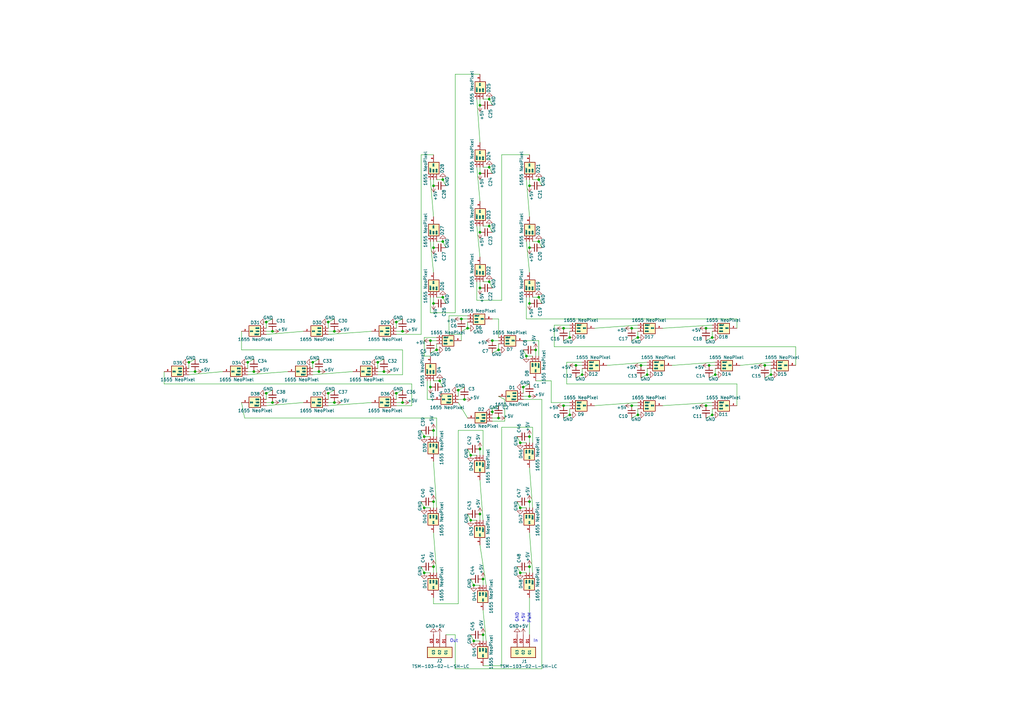
<source format=kicad_sch>
(kicad_sch (version 20250114) (generator "eeschema") (generator_version "9.0")
  (paper "A3")
  (title_block (title "Project NEO Zia") (date "5/20/2025") (rev "4"))
  (text "In" (at 219.71 262.89 0) (effects (font (size 1.27 1.27))))
  (text "PWM" (at 217.17 253.492 90) (effects (font (size 1.27 1.27))))
  (text "GND" (at 212.09 253.238 90) (effects (font (size 1.27 1.27))))
  (text "Out\n" (at 186.182 262.89 0) (effects (font (size 1.27 1.27))))
  (text "+5V" (at 214.63 253.492 90) (effects (font (size 1.27 1.27))))
  (junction (at 201.93 168.91))
  (junction (at 130.81 152.4))
  (junction (at 231.14 134.62))
  (junction (at 217.17 101.6))
  (junction (at 194.31 262.89))
  (junction (at 217.17 179.07))
  (junction (at 316.23 153.67))
  (junction (at 265.43 153.67))
  (junction (at 196.85 210.82))
  (junction (at 193.04 213.36))
  (junction (at 259.08 134.62))
  (junction (at 157.48 152.4))
  (junction (at 165.1 135.89))
  (junction (at 217.17 205.74))
  (junction (at 204.47 171.45))
  (junction (at 217.17 232.41))
  (junction (at 261.62 170.18))
  (junction (at 200.66 115.57))
  (junction (at 173.99 234.95))
  (junction (at 101.6 148.59))
  (junction (at 200.66 68.58))
  (junction (at 104.14 152.4))
  (junction (at 193.04 186.69))
  (junction (at 137.16 135.89))
  (junction (at 196.85 118.11))
  (junction (at 220.98 73.66))
  (junction (at 137.16 165.1))
  (junction (at 259.08 166.37))
  (junction (at 220.98 121.92))
  (junction (at 181.61 99.06))
  (junction (at 289.56 166.37))
  (junction (at 181.61 73.66))
  (junction (at 177.8 124.46))
  (junction (at 77.47 148.59))
  (junction (at 198.12 260.35))
  (junction (at 238.76 153.67))
  (junction (at 213.36 234.95))
  (junction (at 196.85 95.25))
  (junction (at 176.53 139.7))
  (junction (at 111.76 165.1))
  (junction (at 180.34 156.21))
  (junction (at 196.85 43.18))
  (junction (at 177.8 205.74))
  (junction (at 162.56 132.08))
  (junction (at 204.47 143.51))
  (junction (at 154.94 148.59))
  (junction (at 196.85 184.15))
  (junction (at 290.83 149.86))
  (junction (at 201.93 139.7))
  (junction (at 261.62 138.43))
  (junction (at 214.63 158.75))
  (junction (at 177.8 76.2))
  (junction (at 128.27 148.59))
  (junction (at 134.62 132.08))
  (junction (at 200.66 92.71))
  (junction (at 109.22 132.08))
  (junction (at 109.22 161.29))
  (junction (at 191.77 134.62))
  (junction (at 219.71 143.51))
  (junction (at 213.36 208.28))
  (junction (at 200.66 40.64))
  (junction (at 233.68 170.18))
  (junction (at 181.61 121.92))
  (junction (at 198.12 237.49))
  (junction (at 134.62 161.29))
  (junction (at 196.85 71.12))
  (junction (at 189.23 130.81))
  (junction (at 176.53 158.75))
  (junction (at 293.37 153.67))
  (junction (at 162.56 161.29))
  (junction (at 292.1 170.18))
  (junction (at 111.76 135.89))
  (junction (at 177.8 101.6))
  (junction (at 165.1 165.1))
  (junction (at 187.96 160.02))
  (junction (at 313.69 149.86))
  (junction (at 262.89 149.86))
  (junction (at 194.31 240.03))
  (junction (at 177.8 232.41))
  (junction (at 233.68 138.43))
  (junction (at 190.5 163.83))
  (junction (at 173.99 179.07))
  (junction (at 292.1 138.43))
  (junction (at 217.17 76.2))
  (junction (at 177.8 176.53))
  (junction (at 231.14 166.37))
  (junction (at 173.99 208.28))
  (junction (at 236.22 149.86))
  (junction (at 217.17 162.56))
  (junction (at 80.01 152.4))
  (junction (at 215.9 146.05))
  (junction (at 220.98 99.06))
  (junction (at 289.56 134.62))
  (junction (at 213.36 181.61))
  (junction (at 179.07 143.51))
  (junction (at 217.17 124.46))
  (wire (pts (xy 198.12 240.03) (xy 198.12 237.49)))
  (wire (pts (xy 261.62 138.43) (xy 259.08 139.7)))
  (wire (pts (xy 200.66 68.58) (xy 201.93 71.12)))
  (wire (pts (xy 293.37 153.67) (xy 290.83 154.94)))
  (wire (pts (xy 198.12 92.71) (xy 200.66 92.71)))
  (wire (pts (xy 201.93 167.64) (xy 204.47 166.37)))
  (wire (pts (xy 233.68 165.1) (xy 226.06 165.1)))
  (wire (pts (xy 201.93 170.18) (xy 201.93 168.91)))
  (wire (pts (xy 128.27 148.59) (xy 130.81 147.32)))
  (wire (pts (xy 220.98 73.66) (xy 222.25 76.2)))
  (wire (pts (xy 109.22 137.16) (xy 124.46 135.89)))
  (wire (pts (xy 179.07 234.95) (xy 177.8 218.44)))
  (wire (pts (xy 261.62 167.64) (xy 261.62 170.18)))
  (wire (pts (xy 293.37 148.59) (xy 275.59 149.86)))
  (wire (pts (xy 172.72 63.5) (xy 177.8 63.5)))
  (wire (pts (xy 193.04 213.36) (xy 191.77 210.82)))
  (wire (pts (xy 181.61 73.66) (xy 182.88 76.2)))
  (wire (pts (xy 233.68 138.43) (xy 231.14 139.7)))
  (wire (pts (xy 134.62 134.62) (xy 134.62 132.08)))
  (wire (pts (xy 194.31 262.89) (xy 193.04 260.35)))
  (wire (pts (xy 226.06 165.1) (xy 226.06 156.21)))
  (wire (pts (xy 177.8 247.65) (xy 177.8 245.11)))
  (wire (pts (xy 217.17 234.95) (xy 217.17 232.41)))
  (wire (pts (xy 196.85 262.89) (xy 194.31 262.89)))
  (wire (pts (xy 177.8 208.28) (xy 177.8 205.74)))
  (wire (pts (xy 109.22 166.37) (xy 124.46 165.1)))
  (wire (pts (xy 265.43 148.59) (xy 248.92 149.86)))
  (wire (pts (xy 218.44 181.61) (xy 218.44 175.26)))
  (wire (pts (xy 215.9 73.66) (xy 217.17 88.9)))
  (wire (pts (xy 198.12 213.36) (xy 196.85 196.85)))
  (wire (pts (xy 187.96 162.56) (xy 187.96 160.02)))
  (wire (pts (xy 293.37 149.86) (xy 290.83 149.86)))
  (wire (pts (xy 233.68 134.62) (xy 231.14 134.62)))
  (wire (pts (xy 186.69 260.35) (xy 186.69 274.32)))
  (wire (pts (xy 165.1 153.67) (xy 165.1 143.51)))
  (wire (pts (xy 292.1 167.64) (xy 292.1 170.18)))
  (wire (pts (xy 187.96 176.53) (xy 187.96 247.65)))
  (wire (pts (xy 100.33 171.45) (xy 99.06 165.1)))
  (wire (pts (xy 109.22 134.62) (xy 109.22 132.08)))
  (wire (pts (xy 205.74 123.19) (xy 205.74 63.5)))
  (wire (pts (xy 238.76 149.86) (xy 236.22 149.86)))
  (wire (pts (xy 134.62 165.1) (xy 137.16 165.1)))
  (wire (pts (xy 207.01 172.72) (xy 207.01 163.83)))
  (wire (pts (xy 109.22 165.1) (xy 111.76 165.1)))
  (wire (pts (xy 128.27 151.13) (xy 128.27 148.59)))
  (wire (pts (xy 101.6 151.13) (xy 101.6 148.59)))
  (wire (pts (xy 217.17 260.35) (xy 217.17 245.11)))
  (wire (pts (xy 168.91 166.37) (xy 168.91 157.48)))
  (wire (pts (xy 162.56 165.1) (xy 165.1 165.1)))
  (wire (pts (xy 179.07 73.66) (xy 181.61 73.66)))
  (wire (pts (xy 218.44 175.26) (xy 205.74 175.26)))
  (wire (pts (xy 204.47 139.7) (xy 201.93 139.7)))
  (wire (pts (xy 302.26 130.81) (xy 302.26 134.62)))
  (wire (pts (xy 201.93 167.64) (xy 201.93 168.91)))
  (wire (pts (xy 217.17 99.06) (xy 217.17 101.6)))
  (wire (pts (xy 220.98 146.05) (xy 220.98 139.7)))
  (wire (pts (xy 109.22 161.29) (xy 111.76 160.02)))
  (wire (pts (xy 199.39 240.03) (xy 196.85 223.52)))
  (wire (pts (xy 179.07 171.45) (xy 100.33 171.45)))
  (wire (pts (xy 128.27 152.4) (xy 130.81 152.4)))
  (wire (pts (xy 134.62 166.37) (xy 152.4 165.1)))
  (wire (pts (xy 195.58 40.64) (xy 196.85 58.42)))
  (wire (pts (xy 77.47 153.67) (xy 91.44 152.4)))
  (wire (pts (xy 189.23 137.16) (xy 189.23 139.7)))
  (wire (pts (xy 195.58 123.19) (xy 205.74 123.19)))
  (wire (pts (xy 176.53 179.07) (xy 173.99 179.07)))
  (wire (pts (xy 204.47 130.81) (xy 201.93 130.81)))
  (wire (pts (xy 213.36 208.28) (xy 212.09 205.74)))
  (wire (pts (xy 154.94 153.67) (xy 165.1 153.67)))
  (wire (pts (xy 181.61 121.92) (xy 182.88 124.46)))
  (wire (pts (xy 162.56 132.08) (xy 165.1 130.81)))
  (wire (pts (xy 292.1 166.37) (xy 289.56 166.37)))
  (wire (pts (xy 213.36 181.61) (xy 212.09 179.07)))
  (wire (pts (xy 293.37 151.13) (xy 293.37 153.67)))
  (wire (pts (xy 179.07 121.92) (xy 181.61 121.92)))
  (wire (pts (xy 316.23 148.59) (xy 303.53 149.86)))
  (wire (pts (xy 196.85 213.36) (xy 196.85 210.82)))
  (wire (pts (xy 316.23 149.86) (xy 313.69 149.86)))
  (wire (pts (xy 162.56 163.83) (xy 162.56 161.29)))
  (wire (pts (xy 165.1 143.51) (xy 99.06 143.51)))
  (wire (pts (xy 196.85 186.69) (xy 196.85 184.15)))
  (wire (pts (xy 233.68 166.37) (xy 231.14 166.37)))
  (wire (pts (xy 201.93 171.45) (xy 204.47 171.45)))
  (wire (pts (xy 316.23 151.13) (xy 316.23 153.67)))
  (wire (pts (xy 180.34 156.21) (xy 181.61 158.75)))
  (wire (pts (xy 173.99 234.95) (xy 172.72 232.41)))
  (wire (pts (xy 191.77 132.08) (xy 191.77 134.62)))
  (wire (pts (xy 193.04 186.69) (xy 191.77 184.15)))
  (wire (pts (xy 226.06 156.21) (xy 219.71 156.21)))
  (wire (pts (xy 179.07 138.43) (xy 173.99 138.43)))
  (wire (pts (xy 201.93 172.72) (xy 207.01 172.72)))
  (wire (pts (xy 218.44 208.28) (xy 217.17 191.77)))
  (wire (pts (xy 207.01 163.83) (xy 204.47 162.56)))
  (wire (pts (xy 176.53 156.21) (xy 176.53 158.75)))
  (wire (pts (xy 177.8 73.66) (xy 177.8 76.2)))
  (wire (pts (xy 77.47 152.4) (xy 80.01 152.4)))
  (wire (pts (xy 198.12 176.53) (xy 187.96 176.53)))
  (wire (pts (xy 218.44 99.06) (xy 220.98 99.06)))
  (wire (pts (xy 195.58 92.71) (xy 196.85 105.41)))
  (wire (pts (xy 195.58 68.58) (xy 196.85 82.55)))
  (wire (pts (xy 109.22 163.83) (xy 109.22 161.29)))
  (wire (pts (xy 217.17 208.28) (xy 217.17 205.74)))
  (wire (pts (xy 196.85 40.64) (xy 196.85 43.18)))
  (wire (pts (xy 196.85 115.57) (xy 196.85 118.11)))
  (wire (pts (xy 217.17 73.66) (xy 217.17 76.2)))
  (wire (pts (xy 177.8 121.92) (xy 177.8 124.46)))
  (wire (pts (xy 215.9 146.05) (xy 214.63 143.51)))
  (wire (pts (xy 179.07 179.07) (xy 179.07 171.45)))
  (wire (pts (xy 176.53 128.27) (xy 186.69 128.27)))
  (wire (pts (xy 200.66 115.57) (xy 201.93 118.11)))
  (wire (pts (xy 214.63 161.29) (xy 214.63 158.75)))
  (wire (pts (xy 204.47 138.43) (xy 204.47 130.81)))
  (wire (pts (xy 176.53 234.95) (xy 173.99 234.95)))
  (wire (pts (xy 220.98 121.92) (xy 222.25 124.46)))
  (wire (pts (xy 101.6 148.59) (xy 104.14 147.32)))
  (wire (pts (xy 261.62 166.37) (xy 259.08 166.37)))
  (wire (pts (xy 227.33 133.35) (xy 227.33 142.24)))
  (wire (pts (xy 261.62 134.62) (xy 259.08 134.62)))
  (wire (pts (xy 215.9 121.92) (xy 215.9 130.81)))
  (wire (pts (xy 233.68 135.89) (xy 233.68 138.43)))
  (wire (pts (xy 194.31 240.03) (xy 193.04 237.49)))
  (wire (pts (xy 154.94 152.4) (xy 157.48 152.4)))
  (wire (pts (xy 232.41 157.48) (xy 302.26 157.48)))
  (wire (pts (xy 77.47 151.13) (xy 77.47 148.59)))
  (wire (pts (xy 198.12 40.64) (xy 200.66 40.64)))
  (wire (pts (xy 195.58 186.69) (xy 193.04 186.69)))
  (wire (pts (xy 213.36 234.95) (xy 212.09 232.41)))
  (wire (pts (xy 198.12 186.69) (xy 198.12 176.53)))
  (wire (pts (xy 154.94 148.59) (xy 157.48 147.32)))
  (wire (pts (xy 205.74 273.05) (xy 198.12 273.05)))
  (wire (pts (xy 204.47 143.51) (xy 201.93 144.78)))
  (wire (pts (xy 187.96 165.1) (xy 191.77 171.45)))
  (wire (pts (xy 220.98 99.06) (xy 222.25 101.6)))
  (wire (pts (xy 219.71 146.05) (xy 219.71 143.51)))
  (wire (pts (xy 99.06 143.51) (xy 99.06 135.89)))
  (wire (pts (xy 196.85 240.03) (xy 194.31 240.03)))
  (wire (pts (xy 195.58 213.36) (xy 193.04 213.36)))
  (wire (pts (xy 176.53 99.06) (xy 177.8 111.76)))
  (wire (pts (xy 186.69 128.27) (xy 186.69 30.48)))
  (wire (pts (xy 154.94 151.13) (xy 154.94 148.59)))
  (wire (pts (xy 265.43 153.67) (xy 262.89 154.94)))
  (wire (pts (xy 179.07 143.51) (xy 176.53 144.78)))
  (wire (pts (xy 179.07 208.28) (xy 177.8 189.23)))
  (wire (pts (xy 227.33 142.24) (xy 326.39 142.24)))
  (wire (pts (xy 215.9 234.95) (xy 213.36 234.95)))
  (wire (pts (xy 233.68 167.64) (xy 233.68 170.18)))
  (wire (pts (xy 173.99 146.05) (xy 176.53 146.05)))
  (wire (pts (xy 134.62 135.89) (xy 137.16 135.89)))
  (wire (pts (xy 177.8 234.95) (xy 177.8 232.41)))
  (wire (pts (xy 109.22 132.08) (xy 111.76 130.81)))
  (wire (pts (xy 177.8 99.06) (xy 177.8 101.6)))
  (wire (pts (xy 200.66 92.71) (xy 201.93 95.25)))
  (wire (pts (xy 238.76 151.13) (xy 238.76 153.67)))
  (wire (pts (xy 162.56 135.89) (xy 165.1 135.89)))
  (wire (pts (xy 265.43 151.13) (xy 265.43 153.67)))
  (wire (pts (xy 199.39 262.89) (xy 198.12 250.19)))
  (wire (pts (xy 191.77 129.54) (xy 184.15 129.54)))
  (wire (pts (xy 187.96 163.83) (xy 190.5 163.83)))
  (wire (pts (xy 182.88 260.35) (xy 186.69 260.35)))
  (wire (pts (xy 200.66 40.64) (xy 201.93 43.18)))
  (wire (pts (xy 218.44 146.05) (xy 215.9 146.05)))
  (wire (pts (xy 292.1 135.89) (xy 292.1 138.43)))
  (wire (pts (xy 198.12 115.57) (xy 200.66 115.57)))
  (wire (pts (xy 77.47 148.59) (xy 80.01 147.32)))
  (wire (pts (xy 179.07 139.7) (xy 176.53 139.7)))
  (wire (pts (xy 101.6 152.4) (xy 104.14 152.4)))
  (wire (pts (xy 101.6 153.67) (xy 118.11 152.4)))
  (wire (pts (xy 193.04 134.62) (xy 191.77 134.62)))
  (wire (pts (xy 134.62 161.29) (xy 137.16 160.02)))
  (wire (pts (xy 191.77 134.62) (xy 189.23 135.89)))
  (wire (pts (xy 134.62 137.16) (xy 152.4 135.89)))
  (wire (pts (xy 179.07 140.97) (xy 179.07 143.51)))
  (wire (pts (xy 217.17 181.61) (xy 217.17 179.07)))
  (wire (pts (xy 186.69 274.32) (xy 222.25 274.32)))
  (wire (pts (xy 179.07 99.06) (xy 181.61 99.06)))
  (wire (pts (xy 109.22 135.89) (xy 111.76 135.89)))
  (wire (pts (xy 173.99 138.43) (xy 173.99 146.05)))
  (wire (pts (xy 181.61 99.06) (xy 182.88 101.6)))
  (wire (pts (xy 184.15 137.16) (xy 189.23 137.16)))
  (wire (pts (xy 196.85 92.71) (xy 196.85 95.25)))
  (wire (pts (xy 191.77 130.81) (xy 189.23 130.81)))
  (wire (pts (xy 261.62 133.35) (xy 243.84 134.62)))
  (wire (pts (xy 177.8 156.21) (xy 180.34 156.21)))
  (wire (pts (xy 176.53 73.66) (xy 177.8 88.9)))
  (wire (pts (xy 205.74 175.26) (xy 205.74 273.05)))
  (wire (pts (xy 233.68 170.18) (xy 231.14 171.45)))
  (wire (pts (xy 195.58 115.57) (xy 195.58 123.19)))
  (wire (pts (xy 218.44 73.66) (xy 220.98 73.66)))
  (wire (pts (xy 172.72 137.16) (xy 172.72 63.5)))
  (wire (pts (xy 218.44 121.92) (xy 220.98 121.92)))
  (wire (pts (xy 205.74 63.5) (xy 217.17 63.5)))
  (wire (pts (xy 176.53 121.92) (xy 176.53 128.27)))
  (wire (pts (xy 326.39 142.24) (xy 326.39 149.86)))
  (wire (pts (xy 233.68 133.35) (xy 227.33 133.35)))
  (wire (pts (xy 292.1 170.18) (xy 289.56 171.45)))
  (wire (pts (xy 215.9 208.28) (xy 213.36 208.28)))
  (wire (pts (xy 215.9 99.06) (xy 217.17 111.76)))
  (wire (pts (xy 186.69 30.48) (xy 196.85 30.48)))
  (wire (pts (xy 198.12 68.58) (xy 200.66 68.58)))
  (wire (pts (xy 162.56 134.62) (xy 162.56 132.08)))
  (wire (pts (xy 175.26 163.83) (xy 177.8 163.83)))
  (wire (pts (xy 222.25 163.83) (xy 222.25 274.32)))
  (wire (pts (xy 261.62 170.18) (xy 259.08 171.45)))
  (wire (pts (xy 184.15 129.54) (xy 184.15 137.16)))
  (wire (pts (xy 261.62 165.1) (xy 243.84 166.37)))
  (wire (pts (xy 238.76 148.59) (xy 232.41 148.59)))
  (wire (pts (xy 261.62 135.89) (xy 261.62 138.43)))
  (wire (pts (xy 173.99 179.07) (xy 172.72 176.53)))
  (wire (pts (xy 214.63 158.75) (xy 217.17 157.48)))
  (wire (pts (xy 177.8 179.07) (xy 177.8 176.53)))
  (wire (pts (xy 198.12 262.89) (xy 198.12 260.35)))
  (wire (pts (xy 128.27 153.67) (xy 144.78 152.4)))
  (wire (pts (xy 162.56 137.16) (xy 172.72 137.16)))
  (wire (pts (xy 175.26 156.21) (xy 175.26 163.83)))
  (wire (pts (xy 67.31 157.48) (xy 67.31 152.4)))
  (wire (pts (xy 134.62 132.08) (xy 137.16 130.81)))
  (wire (pts (xy 292.1 165.1) (xy 271.78 166.37)))
  (wire (pts (xy 217.17 121.92) (xy 217.17 124.46)))
  (wire (pts (xy 292.1 134.62) (xy 289.56 134.62)))
  (wire (pts (xy 215.9 181.61) (xy 213.36 181.61)))
  (wire (pts (xy 162.56 166.37) (xy 168.91 166.37)))
  (wire (pts (xy 214.63 162.56) (xy 217.17 162.56)))
  (wire (pts (xy 220.98 139.7) (xy 214.63 139.7)))
  (wire (pts (xy 162.56 161.29) (xy 165.1 160.02)))
  (wire (pts (xy 238.76 153.67) (xy 236.22 154.94)))
  (wire (pts (xy 196.85 68.58) (xy 196.85 71.12)))
  (wire (pts (xy 187.96 160.02) (xy 190.5 158.75)))
  (wire (pts (xy 173.99 208.28) (xy 172.72 205.74)))
  (wire (pts (xy 134.62 163.83) (xy 134.62 161.29)))
  (wire (pts (xy 265.43 149.86) (xy 262.89 149.86)))
  (wire (pts (xy 316.23 153.67) (xy 313.69 154.94)))
  (wire (pts (xy 187.96 247.65) (xy 177.8 247.65)))
  (wire (pts (xy 292.1 138.43) (xy 289.56 139.7)))
  (wire (pts (xy 67.31 157.48) (xy 168.91 157.48)))
  (wire (pts (xy 232.41 148.59) (xy 232.41 157.48)))
  (wire (pts (xy 215.9 130.81) (xy 302.26 130.81)))
  (wire (pts (xy 292.1 133.35) (xy 271.78 134.62)))
  (wire (pts (xy 218.44 234.95) (xy 217.17 218.44)))
  (wire (pts (xy 176.53 208.28) (xy 173.99 208.28)))
  (wire (pts (xy 204.47 140.97) (xy 204.47 143.51)))
  (wire (pts (xy 302.26 157.48) (xy 302.26 166.37)))
  (wire (pts (xy 214.63 163.83) (xy 222.25 163.83)))
  (symbol (lib_id "Device:C_Small") (at 190.5 161.29 180) (unit 1)
    (property "Reference" "C3" (at 192.024 159.512 0) (effects (justify right)))
    (property "Value" "C_Small" (effects (hide yes)))
    (property "Footprint" "CustomParts:CAPC220145_88N_KEM" (effects (hide yes)))
    (property "Description" "Unpolarized capacitor, small symbol" (effects (hide yes)))
  )
  (symbol (lib_id "Device:C_Small") (at 104.14 149.86 180) (unit 1)
    (property "Reference" "C34" (at 105.664 148.082 0) (effects (justify right)))
    (property "Value" "C_Small" (effects (hide yes)))
    (property "Footprint" "CustomParts:CAPC220145_88N_KEM" (effects (hide yes)))
    (property "Description" "Unpolarized capacitor, small symbol" (effects (hide yes)))
  )
  (symbol (lib_id "CustomParts:1655") (at 266.7 156.21 180) (unit 1)
    (property "Reference" "D13" (at 270.002 153.416 0))
    (property "Value" "1655 NeoPixel" (at 270.002 146.558 0))
    (property "Footprint" "CustomParts:LED_1655" (effects (hide yes)))
    (property "Description" "https://cdn-shop.adafruit.com/product-files/1655/SKC6812RV__12VOP0274E_REV.A1_EN%2812%29.pdf" (effects (hide yes)))
    (property "PARTREV" "01" (effects (hide yes)))
    (property "MANUFACTURER" "Adafruit Industries" (effects (hide yes)))
    (property "MAXIMUM_PACKAGE_HEIGHT" "1.6 mm" (effects (hide yes)))
    (property "STANDARD" "Manufacturer recommendations" (effects (hide yes)))
  )
  (symbol (lib_id "power:+5V") (at 313.69 149.86 90) (unit 1)
    (property "Reference" "#PWR030" (effects (hide yes)))
    (property "Value" "+5V" (at 311.658 150.622 90) (effects (justify left)))
    (property "Description" "Power symbol creates a global label with name \"+5V\"" (effects (hide yes)))
  )
  (symbol (lib_id "Device:C_Small") (at 189.23 133.35 0) (unit 1)
    (property "Reference" "C6" (at 187.452 133.604 0) (effects (justify right)))
    (property "Value" "C_Small" (effects (hide yes)))
    (property "Footprint" "CustomParts:CAPC220145_88N_KEM" (effects (hide yes)))
    (property "Description" "Unpolarized capacitor, small symbol" (effects (hide yes)))
  )
  (symbol (lib_id "power:GND") (at 181.61 73.66 180) (unit 1)
    (property "Reference" "#PWR055" (effects (hide yes)))
    (property "Value" "GND" (at 183.388 76.454 90) (effects (justify right)))
    (property "Description" "Power symbol creates a global label with name \"GND\" , ground" (effects (hide yes)))
  )
  (symbol (lib_id "Device:C_Small") (at 179.07 158.75 90) (unit 1)
    (property "Reference" "C4" (at 180.848 160.274 0) (effects (justify right)))
    (property "Value" "C_Small" (effects (hide yes)))
    (property "Footprint" "CustomParts:CAPC220145_88N_KEM" (effects (hide yes)))
    (property "Description" "Unpolarized capacitor, small symbol" (effects (hide yes)))
  )
  (symbol (lib_id "CustomParts:1655") (at 153.67 146.05 0) (unit 1)
    (property "Reference" "D32" (at 150.368 148.844 0))
    (property "Value" "1655 NeoPixel" (at 150.368 155.702 0))
    (property "Footprint" "CustomParts:LED_1655" (effects (hide yes)))
    (property "Description" "https://cdn-shop.adafruit.com/product-files/1655/SKC6812RV__12VOP0274E_REV.A1_EN%2812%29.pdf" (effects (hide yes)))
    (property "PARTREV" "01" (effects (hide yes)))
    (property "MANUFACTURER" "Adafruit Industries" (effects (hide yes)))
    (property "MAXIMUM_PACKAGE_HEIGHT" "1.6 mm" (effects (hide yes)))
    (property "STANDARD" "Manufacturer recommendations" (effects (hide yes)))
  )
  (symbol (lib_id "power:GND") (at 316.23 153.67 90) (unit 1)
    (property "Reference" "#PWR029" (effects (hide yes)))
    (property "Value" "GND" (at 313.436 155.448 90) (effects (justify right)))
    (property "Description" "Power symbol creates a global label with name \"GND\" , ground" (effects (hide yes)))
  )
  (symbol (lib_id "power:GND") (at 128.27 148.59 270) (unit 1)
    (property "Reference" "#PWR065" (effects (hide yes)))
    (property "Value" "GND" (at 131.064 146.812 90) (effects (justify right)))
    (property "Description" "Power symbol creates a global label with name \"GND\" , ground" (effects (hide yes)))
  )
  (symbol (lib_id "Device:C_Small") (at 289.56 137.16 0) (unit 1)
    (property "Reference" "C18" (at 288.036 138.938 0) (effects (justify right)))
    (property "Value" "C_Small" (effects (hide yes)))
    (property "Footprint" "CustomParts:CAPC220145_88N_KEM" (effects (hide yes)))
    (property "Description" "Unpolarized capacitor, small symbol" (effects (hide yes)))
  )
  (symbol (lib_id "CustomParts:1655") (at 171.45 236.22 90) (unit 1)
    (property "Reference" "D41" (at 174.244 239.522 0))
    (property "Value" "1655 NeoPixel" (at 181.102 239.522 0))
    (property "Footprint" "CustomParts:LED_1655" (effects (hide yes)))
    (property "Description" "https://cdn-shop.adafruit.com/product-files/1655/SKC6812RV__12VOP0274E_REV.A1_EN%2812%29.pdf" (effects (hide yes)))
    (property "PARTREV" "01" (effects (hide yes)))
    (property "MANUFACTURER" "Adafruit Industries" (effects (hide yes)))
    (property "MAXIMUM_PACKAGE_HEIGHT" "1.6 mm" (effects (hide yes)))
    (property "STANDARD" "Manufacturer recommendations" (effects (hide yes)))
  )
  (symbol (lib_id "Device:C_Small") (at 175.26 176.53 270) (unit 1)
    (property "Reference" "C39" (at 173.482 175.006 0) (effects (justify right)))
    (property "Value" "C_Small" (effects (hide yes)))
    (property "Footprint" "CustomParts:CAPC220145_88N_KEM" (effects (hide yes)))
    (property "Description" "Unpolarized capacitor, small symbol" (effects (hide yes)))
  )
  (symbol (lib_id "CustomParts:1655") (at 190.5 214.63 90) (unit 1)
    (property "Reference" "D43" (at 193.294 217.932 0))
    (property "Value" "1655 NeoPixel" (at 200.152 217.932 0))
    (property "Footprint" "CustomParts:LED_1655" (effects (hide yes)))
    (property "Description" "https://cdn-shop.adafruit.com/product-files/1655/SKC6812RV__12VOP0274E_REV.A1_EN%2812%29.pdf" (effects (hide yes)))
    (property "PARTREV" "01" (effects (hide yes)))
    (property "MANUFACTURER" "Adafruit Industries" (effects (hide yes)))
    (property "MAXIMUM_PACKAGE_HEIGHT" "1.6 mm" (effects (hide yes)))
    (property "STANDARD" "Manufacturer recommendations" (effects (hide yes)))
  )
  (symbol (lib_id "Device:C_Small") (at 175.26 232.41 270) (unit 1)
    (property "Reference" "C41" (at 173.482 230.886 0) (effects (justify right)))
    (property "Value" "C_Small" (effects (hide yes)))
    (property "Footprint" "CustomParts:CAPC220145_88N_KEM" (effects (hide yes)))
    (property "Description" "Unpolarized capacitor, small symbol" (effects (hide yes)))
  )
  (symbol (lib_id "CustomParts:1655") (at 213.36 156.21 0) (unit 1)
    (property "Reference" "D1" (at 210.058 159.004 0))
    (property "Value" "1655 NeoPixel" (at 210.058 165.862 0))
    (property "Footprint" "CustomParts:LED_1655" (effects (hide yes)))
    (property "Description" "https://cdn-shop.adafruit.com/product-files/1655/SKC6812RV__12VOP0274E_REV.A1_EN%2812%29.pdf" (effects (hide yes)))
    (property "PARTREV" "01" (effects (hide yes)))
    (property "MANUFACTURER" "Adafruit Industries" (effects (hide yes)))
    (property "MAXIMUM_PACKAGE_HEIGHT" "1.6 mm" (effects (hide yes)))
    (property "STANDARD" "Manufacturer recommendations" (effects (hide yes)))
  )
  (symbol (lib_id "CustomParts:1655") (at 100.33 146.05 0) (unit 1)
    (property "Reference" "D34" (at 97.028 148.844 0))
    (property "Value" "1655 NeoPixel" (at 97.028 155.702 0))
    (property "Footprint" "CustomParts:LED_1655" (effects (hide yes)))
    (property "Description" "https://cdn-shop.adafruit.com/product-files/1655/SKC6812RV__12VOP0274E_REV.A1_EN%2812%29.pdf" (effects (hide yes)))
    (property "PARTREV" "01" (effects (hide yes)))
    (property "MANUFACTURER" "Adafruit Industries" (effects (hide yes)))
    (property "MAXIMUM_PACKAGE_HEIGHT" "1.6 mm" (effects (hide yes)))
    (property "STANDARD" "Manufacturer recommendations" (effects (hide yes)))
  )
  (symbol (lib_id "Device:C_Small") (at 195.58 260.35 270) (unit 1)
    (property "Reference" "C45" (at 193.802 258.826 0) (effects (justify right)))
    (property "Value" "C_Small" (effects (hide yes)))
    (property "Footprint" "CustomParts:CAPC220145_88N_KEM" (effects (hide yes)))
    (property "Description" "Unpolarized capacitor, small symbol" (effects (hide yes)))
  )
  (symbol (lib_id "Device:C_Small") (at 195.58 237.49 270) (unit 1)
    (property "Reference" "C44" (at 193.802 235.966 0) (effects (justify right)))
    (property "Value" "C_Small" (effects (hide yes)))
    (property "Footprint" "CustomParts:CAPC220145_88N_KEM" (effects (hide yes)))
    (property "Description" "Unpolarized capacitor, small symbol" (effects (hide yes)))
  )
  (symbol (lib_id "Device:C_Small") (at 201.93 142.24 0) (unit 1)
    (property "Reference" "C7" (at 200.406 144.018 0) (effects (justify right)))
    (property "Value" "C_Small" (effects (hide yes)))
    (property "Footprint" "CustomParts:CAPC220145_88N_KEM" (effects (hide yes)))
    (property "Description" "Unpolarized capacitor, small symbol" (effects (hide yes)))
  )
  (symbol (lib_id "Device:C_Small") (at 231.14 168.91 0) (unit 1)
    (property "Reference" "C9" (at 229.616 170.688 0) (effects (justify right)))
    (property "Value" "C_Small" (effects (hide yes)))
    (property "Footprint" "CustomParts:CAPC220145_88N_KEM" (effects (hide yes)))
    (property "Description" "Unpolarized capacitor, small symbol" (effects (hide yes)))
  )
  (symbol (lib_id "power:+5V") (at 80.01 152.4 270) (unit 1)
    (property "Reference" "#PWR070" (effects (hide yes)))
    (property "Value" "+5V" (at 82.042 151.638 90) (effects (justify left)))
    (property "Description" "Power symbol creates a global label with name \"+5V\"" (effects (hide yes)))
  )
  (symbol (lib_id "Device:C_Small") (at 180.34 124.46 90) (unit 1)
    (property "Reference" "C26" (at 182.118 125.984 0) (effects (justify right)))
    (property "Value" "C_Small" (effects (hide yes)))
    (property "Footprint" "CustomParts:CAPC220145_88N_KEM" (effects (hide yes)))
    (property "Description" "Unpolarized capacitor, small symbol" (effects (hide yes)))
  )
  (symbol (lib_id "CustomParts:1655") (at 223.52 97.79 270) (unit 1)
    (property "Reference" "D20" (at 220.726 94.488 0))
    (property "Value" "1655 NeoPixel" (at 213.868 94.488 0))
    (property "Footprint" "CustomParts:LED_1655" (effects (hide yes)))
    (property "Description" "https://cdn-shop.adafruit.com/product-files/1655/SKC6812RV__12VOP0274E_REV.A1_EN%2812%29.pdf" (effects (hide yes)))
    (property "PARTREV" "01" (effects (hide yes)))
    (property "MANUFACTURER" "Adafruit Industries" (effects (hide yes)))
    (property "MAXIMUM_PACKAGE_HEIGHT" "1.6 mm" (effects (hide yes)))
    (property "STANDARD" "Manufacturer recommendations" (effects (hide yes)))
  )
  (symbol (lib_id "power:+5V") (at 198.12 237.49 0) (unit 1)
    (property "Reference" "#PWR088" (effects (hide yes)))
    (property "Value" "+5V" (at 197.358 235.458 90) (effects (justify left)))
    (property "Description" "Power symbol creates a global label with name \"+5V\"" (effects (hide yes)))
  )
  (symbol (lib_id "power:GND") (at 220.98 73.66 180) (unit 1)
    (property "Reference" "#PWR041" (effects (hide yes)))
    (property "Value" "GND" (at 222.758 76.454 90) (effects (justify right)))
    (property "Description" "Power symbol creates a global label with name \"GND\" , ground" (effects (hide yes)))
  )
  (symbol (lib_id "power:GND") (at 201.93 168.91 270) (unit 1)
    (property "Reference" "#PWR03" (effects (hide yes)))
    (property "Value" "GND" (at 204.724 167.132 90) (effects (justify right)))
    (property "Description" "Power symbol creates a global label with name \"GND\" , ground" (effects (hide yes)))
  )
  (symbol (lib_id "CustomParts:1655") (at 200.66 165.1 0) (unit 1)
    (property "Reference" "D2" (at 197.358 167.894 0))
    (property "Value" "1655 NeoPixel" (at 197.358 174.752 0))
    (property "Footprint" "CustomParts:LED_1655" (effects (hide yes)))
    (property "Description" "https://cdn-shop.adafruit.com/product-files/1655/SKC6812RV__12VOP0274E_REV.A1_EN%2812%29.pdf" (effects (hide yes)))
    (property "PARTREV" "01" (effects (hide yes)))
    (property "MANUFACTURER" "Adafruit Industries" (effects (hide yes)))
    (property "MAXIMUM_PACKAGE_HEIGHT" "1.6 mm" (effects (hide yes)))
    (property "STANDARD" "Manufacturer recommendations" (effects (hide yes)))
  )
  (symbol (lib_id "power:+5V") (at 111.76 165.1 270) (unit 1)
    (property "Reference" "#PWR076" (effects (hide yes)))
    (property "Value" "+5V" (at 113.792 164.338 90) (effects (justify left)))
    (property "Description" "Power symbol creates a global label with name \"+5V\"" (effects (hide yes)))
  )
  (symbol (lib_id "power:GND") (at 180.34 156.21 180) (unit 1)
    (property "Reference" "#PWR07" (effects (hide yes)))
    (property "Value" "GND" (at 182.118 159.004 90) (effects (justify right)))
    (property "Description" "Power symbol creates a global label with name \"GND\" , ground" (effects (hide yes)))
  )
  (symbol (lib_id "Device:C_Small") (at 219.71 101.6 90) (unit 1)
    (property "Reference" "C20" (at 221.488 103.124 0) (effects (justify right)))
    (property "Value" "C_Small" (effects (hide yes)))
    (property "Footprint" "CustomParts:CAPC220145_88N_KEM" (effects (hide yes)))
    (property "Description" "Unpolarized capacitor, small symbol" (effects (hide yes)))
  )
  (symbol (lib_id "CustomParts:1655") (at 210.82 236.22 90) (unit 1)
    (property "Reference" "D48" (at 213.614 239.522 0))
    (property "Value" "1655 NeoPixel" (at 220.472 239.522 0))
    (property "Footprint" "CustomParts:LED_1655" (effects (hide yes)))
    (property "Description" "https://cdn-shop.adafruit.com/product-files/1655/SKC6812RV__12VOP0274E_REV.A1_EN%2812%29.pdf" (effects (hide yes)))
    (property "PARTREV" "01" (effects (hide yes)))
    (property "MANUFACTURER" "Adafruit Industries" (effects (hide yes)))
    (property "MAXIMUM_PACKAGE_HEIGHT" "1.6 mm" (effects (hide yes)))
    (property "STANDARD" "Manufacturer recommendations" (effects (hide yes)))
  )
  (symbol (lib_id "power:+5V") (at 201.93 139.7 90) (unit 1)
    (property "Reference" "#PWR014" (effects (hide yes)))
    (property "Value" "+5V" (at 199.898 140.462 90) (effects (justify left)))
    (property "Description" "Power symbol creates a global label with name \"+5V\"" (effects (hide yes)))
  )
  (symbol (lib_id "CustomParts:1655") (at 203.2 39.37 270) (unit 1)
    (property "Reference" "D25" (at 200.406 36.068 0))
    (property "Value" "1655 NeoPixel" (at 193.548 36.068 0))
    (property "Footprint" "CustomParts:LED_1655" (effects (hide yes)))
    (property "Description" "https://cdn-shop.adafruit.com/product-files/1655/SKC6812RV__12VOP0274E_REV.A1_EN%2812%29.pdf" (effects (hide yes)))
    (property "PARTREV" "01" (effects (hide yes)))
    (property "MANUFACTURER" "Adafruit Industries" (effects (hide yes)))
    (property "MAXIMUM_PACKAGE_HEIGHT" "1.6 mm" (effects (hide yes)))
    (property "STANDARD" "Manufacturer recommendations" (effects (hide yes)))
  )
  (symbol (lib_id "Device:C_Small") (at 137.16 133.35 180) (unit 1)
    (property "Reference" "C30" (at 138.684 131.572 0) (effects (justify right)))
    (property "Value" "C_Small" (effects (hide yes)))
    (property "Footprint" "CustomParts:CAPC220145_88N_KEM" (effects (hide yes)))
    (property "Description" "Unpolarized capacitor, small symbol" (effects (hide yes)))
  )
  (symbol (lib_id "power:GND") (at 187.96 160.02 270) (unit 1)
    (property "Reference" "#PWR05" (effects (hide yes)))
    (property "Value" "GND" (at 190.754 158.242 90) (effects (justify right)))
    (property "Description" "Power symbol creates a global label with name \"GND\" , ground" (effects (hide yes)))
  )
  (symbol (lib_id "CustomParts:1655") (at 191.77 241.3 90) (unit 1)
    (property "Reference" "D44" (at 194.564 244.602 0))
    (property "Value" "1655 NeoPixel" (at 201.422 244.602 0))
    (property "Footprint" "CustomParts:LED_1655" (effects (hide yes)))
    (property "Description" "https://cdn-shop.adafruit.com/product-files/1655/SKC6812RV__12VOP0274E_REV.A1_EN%2812%29.pdf" (effects (hide yes)))
    (property "PARTREV" "01" (effects (hide yes)))
    (property "MANUFACTURER" "Adafruit Industries" (effects (hide yes)))
    (property "MAXIMUM_PACKAGE_HEIGHT" "1.6 mm" (effects (hide yes)))
    (property "STANDARD" "Manufacturer recommendations" (effects (hide yes)))
  )
  (symbol (lib_id "Device:C_Small") (at 231.14 137.16 0) (unit 1)
    (property "Reference" "C16" (at 229.616 138.938 0) (effects (justify right)))
    (property "Value" "C_Small" (effects (hide yes)))
    (property "Footprint" "CustomParts:CAPC220145_88N_KEM" (effects (hide yes)))
    (property "Description" "Unpolarized capacitor, small symbol" (effects (hide yes)))
  )
  (symbol (lib_id "power:+5V") (at 204.47 171.45 270) (unit 1)
    (property "Reference" "#PWR04" (effects (hide yes)))
    (property "Value" "+5V" (at 206.502 170.688 90) (effects (justify left)))
    (property "Description" "Power symbol creates a global label with name \"+5V\"" (effects (hide yes)))
  )
  (symbol (lib_id "power:+5V") (at 196.85 118.11 180) (unit 1)
    (property "Reference" "#PWR044" (effects (hide yes)))
    (property "Value" "+5V" (at 197.612 120.142 90) (effects (justify left)))
    (property "Description" "Power symbol creates a global label with name \"+5V\"" (effects (hide yes)))
  )
  (symbol (lib_id "power:GND") (at 220.98 121.92 180) (unit 1)
    (property "Reference" "#PWR037" (effects (hide yes)))
    (property "Value" "GND" (at 222.758 124.714 90) (effects (justify right)))
    (property "Description" "Power symbol creates a global label with name \"GND\" , ground" (effects (hide yes)))
  )
  (symbol (lib_id "Device:C_Small") (at 259.08 168.91 0) (unit 1)
    (property "Reference" "C10" (at 257.556 170.688 0) (effects (justify right)))
    (property "Value" "C_Small" (effects (hide yes)))
    (property "Footprint" "CustomParts:CAPC220145_88N_KEM" (effects (hide yes)))
    (property "Description" "Unpolarized capacitor, small symbol" (effects (hide yes)))
  )
  (symbol (lib_id "Device:C_Small") (at 176.53 142.24 0) (unit 1)
    (property "Reference" "C5" (at 175.006 144.018 0) (effects (justify right)))
    (property "Value" "C_Small" (effects (hide yes)))
    (property "Footprint" "CustomParts:CAPC220145_88N_KEM" (effects (hide yes)))
    (property "Description" "Unpolarized capacitor, small symbol" (effects (hide yes)))
  )
  (symbol (lib_id "power:GND") (at 293.37 153.67 90) (unit 1)
    (property "Reference" "#PWR027" (effects (hide yes)))
    (property "Value" "GND" (at 290.576 155.448 90) (effects (justify right)))
    (property "Description" "Power symbol creates a global label with name \"GND\" , ground" (effects (hide yes)))
  )
  (symbol (lib_id "power:+5V") (at 180.34 260.35 0) (unit 1)
    (property "Reference" "#PWR0100" (effects (hide yes)))
    (property "Value" "+5V" (at 180.34 256.794 0))
    (property "Description" "Power symbol creates a global label with name \"+5V\"" (effects (hide yes)))
  )
  (symbol (lib_id "power:+5V") (at 177.8 76.2 180) (unit 1)
    (property "Reference" "#PWR056" (effects (hide yes)))
    (property "Value" "+5V" (at 178.562 78.232 90) (effects (justify left)))
    (property "Description" "Power symbol creates a global label with name \"+5V\"" (effects (hide yes)))
  )
  (symbol (lib_id "Device:C_Small") (at 199.39 43.18 90) (unit 1)
    (property "Reference" "C25" (at 201.168 44.704 0) (effects (justify right)))
    (property "Value" "C_Small" (effects (hide yes)))
    (property "Footprint" "CustomParts:CAPC220145_88N_KEM" (effects (hide yes)))
    (property "Description" "Unpolarized capacitor, small symbol" (effects (hide yes)))
  )
  (symbol (lib_id "power:+5V") (at 290.83 149.86 90) (unit 1)
    (property "Reference" "#PWR028" (effects (hide yes)))
    (property "Value" "+5V" (at 288.798 150.622 90) (effects (justify left)))
    (property "Description" "Power symbol creates a global label with name \"+5V\"" (effects (hide yes)))
  )
  (symbol (lib_id "power:+5V") (at 196.85 43.18 180) (unit 1)
    (property "Reference" "#PWR050" (effects (hide yes)))
    (property "Value" "+5V" (at 197.612 45.212 90) (effects (justify left)))
    (property "Description" "Power symbol creates a global label with name \"+5V\"" (effects (hide yes)))
  )
  (symbol (lib_id "power:GND") (at 265.43 153.67 90) (unit 1)
    (property "Reference" "#PWR025" (effects (hide yes)))
    (property "Value" "GND" (at 262.636 155.448 90) (effects (justify right)))
    (property "Description" "Power symbol creates a global label with name \"GND\" , ground" (effects (hide yes)))
  )
  (symbol (lib_id "power:+5V") (at 177.8 176.53 0) (unit 1)
    (property "Reference" "#PWR078" (effects (hide yes)))
    (property "Value" "+5V" (at 177.038 174.498 90) (effects (justify left)))
    (property "Description" "Power symbol creates a global label with name \"+5V\"" (effects (hide yes)))
  )
  (symbol (lib_id "power:GND") (at 204.47 143.51 90) (unit 1)
    (property "Reference" "#PWR013" (effects (hide yes)))
    (property "Value" "GND" (at 201.676 145.288 90) (effects (justify right)))
    (property "Description" "Power symbol creates a global label with name \"GND\" , ground" (effects (hide yes)))
  )
  (symbol (lib_id "power:+5V") (at 217.17 101.6 180) (unit 1)
    (property "Reference" "#PWR040" (effects (hide yes)))
    (property "Value" "+5V" (at 217.932 103.632 90) (effects (justify left)))
    (property "Description" "Power symbol creates a global label with name \"+5V\"" (effects (hide yes)))
  )
  (symbol (lib_id "power:GND") (at 213.36 234.95 0) (unit 1)
    (property "Reference" "#PWR095" (effects (hide yes)))
    (property "Value" "GND" (at 211.582 232.156 90) (effects (justify right)))
    (property "Description" "Power symbol creates a global label with name \"GND\" , ground" (effects (hide yes)))
  )
  (symbol (lib_id "power:+5V") (at 236.22 149.86 90) (unit 1)
    (property "Reference" "#PWR024" (effects (hide yes)))
    (property "Value" "+5V" (at 234.188 150.622 90) (effects (justify left)))
    (property "Description" "Power symbol creates a global label with name \"+5V\"" (effects (hide yes)))
  )
  (symbol (lib_id "CustomParts:1655") (at 107.95 129.54 0) (unit 1)
    (property "Reference" "D31" (at 104.648 132.334 0))
    (property "Value" "1655 NeoPixel" (at 104.648 139.192 0))
    (property "Footprint" "CustomParts:LED_1655" (effects (hide yes)))
    (property "Description" "https://cdn-shop.adafruit.com/product-files/1655/SKC6812RV__12VOP0274E_REV.A1_EN%2812%29.pdf" (effects (hide yes)))
    (property "PARTREV" "01" (effects (hide yes)))
    (property "MANUFACTURER" "Adafruit Industries" (effects (hide yes)))
    (property "MAXIMUM_PACKAGE_HEIGHT" "1.6 mm" (effects (hide yes)))
    (property "STANDARD" "Manufacturer recommendations" (effects (hide yes)))
  )
  (symbol (lib_id "power:GND") (at 134.62 132.08 270) (unit 1)
    (property "Reference" "#PWR059" (effects (hide yes)))
    (property "Value" "GND" (at 137.414 130.302 90) (effects (justify right)))
    (property "Description" "Power symbol creates a global label with name \"GND\" , ground" (effects (hide yes)))
  )
  (symbol (lib_id "Device:C_Small") (at 262.89 152.4 0) (unit 1)
    (property "Reference" "C13" (at 261.366 154.178 0) (effects (justify right)))
    (property "Value" "C_Small" (effects (hide yes)))
    (property "Footprint" "CustomParts:CAPC220145_88N_KEM" (effects (hide yes)))
    (property "Description" "Unpolarized capacitor, small symbol" (effects (hide yes)))
  )
  (symbol (lib_id "Device:C_Small") (at 157.48 149.86 180) (unit 1)
    (property "Reference" "C32" (at 159.004 148.082 0) (effects (justify right)))
    (property "Value" "C_Small" (effects (hide yes)))
    (property "Footprint" "CustomParts:CAPC220145_88N_KEM" (effects (hide yes)))
    (property "Description" "Unpolarized capacitor, small symbol" (effects (hide yes)))
  )
  (symbol (lib_id "power:+5V") (at 177.8 232.41 0) (unit 1)
    (property "Reference" "#PWR082" (effects (hide yes)))
    (property "Value" "+5V" (at 177.038 230.378 90) (effects (justify left)))
    (property "Description" "Power symbol creates a global label with name \"+5V\"" (effects (hide yes)))
  )
  (symbol (lib_id "power:+5V") (at 196.85 71.12 180) (unit 1)
    (property "Reference" "#PWR048" (effects (hide yes)))
    (property "Value" "+5V" (at 197.612 73.152 90) (effects (justify left)))
    (property "Description" "Power symbol creates a global label with name \"+5V\"" (effects (hide yes)))
  )
  (symbol (lib_id "CustomParts:1655") (at 205.74 146.05 180) (unit 1)
    (property "Reference" "D7" (at 209.042 143.256 0))
    (property "Value" "1655 NeoPixel" (at 209.042 136.398 0))
    (property "Footprint" "CustomParts:LED_1655" (effects (hide yes)))
    (property "Description" "https://cdn-shop.adafruit.com/product-files/1655/SKC6812RV__12VOP0274E_REV.A1_EN%2812%29.pdf" (effects (hide yes)))
    (property "PARTREV" "01" (effects (hide yes)))
    (property "MANUFACTURER" "Adafruit Industries" (effects (hide yes)))
    (property "MAXIMUM_PACKAGE_HEIGHT" "1.6 mm" (effects (hide yes)))
    (property "STANDARD" "Manufacturer recommendations" (effects (hide yes)))
  )
  (symbol (lib_id "CustomParts:1655") (at 161.29 158.75 0) (unit 1)
    (property "Reference" "D36" (at 157.988 161.544 0))
    (property "Value" "1655 NeoPixel" (at 157.988 168.402 0))
    (property "Footprint" "CustomParts:LED_1655" (effects (hide yes)))
    (property "Description" "https://cdn-shop.adafruit.com/product-files/1655/SKC6812RV__12VOP0274E_REV.A1_EN%2812%29.pdf" (effects (hide yes)))
    (property "PARTREV" "01" (effects (hide yes)))
    (property "MANUFACTURER" "Adafruit Industries" (effects (hide yes)))
    (property "MAXIMUM_PACKAGE_HEIGHT" "1.6 mm" (effects (hide yes)))
    (property "STANDARD" "Manufacturer recommendations" (effects (hide yes)))
  )
  (symbol (lib_id "power:GND") (at 173.99 179.07 0) (unit 1)
    (property "Reference" "#PWR077" (effects (hide yes)))
    (property "Value" "GND" (at 172.212 176.276 90) (effects (justify right)))
    (property "Description" "Power symbol creates a global label with name \"GND\" , ground" (effects (hide yes)))
  )
  (symbol (lib_id "power:GND") (at 213.36 181.61 0) (unit 1)
    (property "Reference" "#PWR091" (effects (hide yes)))
    (property "Value" "GND" (at 211.582 178.816 90) (effects (justify right)))
    (property "Description" "Power symbol creates a global label with name \"GND\" , ground" (effects (hide yes)))
  )
  (symbol (lib_id "power:GND") (at 179.07 143.51 90) (unit 1)
    (property "Reference" "#PWR09" (effects (hide yes)))
    (property "Value" "GND" (at 176.276 145.288 90) (effects (justify right)))
    (property "Description" "Power symbol creates a global label with name \"GND\" , ground" (effects (hide yes)))
  )
  (symbol (lib_id "power:GND") (at 181.61 121.92 180) (unit 1)
    (property "Reference" "#PWR051" (effects (hide yes)))
    (property "Value" "GND" (at 183.388 124.714 90) (effects (justify right)))
    (property "Description" "Power symbol creates a global label with name \"GND\" , ground" (effects (hide yes)))
  )
  (symbol (lib_id "CustomParts:1655") (at 234.95 140.97 180) (unit 1)
    (property "Reference" "D16" (at 238.252 138.176 0))
    (property "Value" "1655 NeoPixel" (at 238.252 131.318 0))
    (property "Footprint" "CustomParts:LED_1655" (effects (hide yes)))
    (property "Description" "https://cdn-shop.adafruit.com/product-files/1655/SKC6812RV__12VOP0274E_REV.A1_EN%2812%29.pdf" (effects (hide yes)))
    (property "PARTREV" "01" (effects (hide yes)))
    (property "MANUFACTURER" "Adafruit Industries" (effects (hide yes)))
    (property "MAXIMUM_PACKAGE_HEIGHT" "1.6 mm" (effects (hide yes)))
    (property "STANDARD" "Manufacturer recommendations" (effects (hide yes)))
  )
  (symbol (lib_id "power:+5V") (at 196.85 210.82 0) (unit 1)
    (property "Reference" "#PWR086" (effects (hide yes)))
    (property "Value" "+5V" (at 196.088 208.788 90) (effects (justify left)))
    (property "Description" "Power symbol creates a global label with name \"+5V\"" (effects (hide yes)))
  )
  (symbol (lib_id "power:GND") (at 220.98 99.06 180) (unit 1)
    (property "Reference" "#PWR039" (effects (hide yes)))
    (property "Value" "GND" (at 222.758 101.854 90) (effects (justify right)))
    (property "Description" "Power symbol creates a global label with name \"GND\" , ground" (effects (hide yes)))
  )
  (symbol (lib_id "power:GND") (at 194.31 240.03 0) (unit 1)
    (property "Reference" "#PWR087" (effects (hide yes)))
    (property "Value" "GND" (at 192.532 237.236 90) (effects (justify right)))
    (property "Description" "Power symbol creates a global label with name \"GND\" , ground" (effects (hide yes)))
  )
  (symbol (lib_id "Device:C_Small") (at 194.31 210.82 270) (unit 1)
    (property "Reference" "C43" (at 192.532 209.296 0) (effects (justify right)))
    (property "Value" "C_Small" (effects (hide yes)))
    (property "Footprint" "CustomParts:CAPC220145_88N_KEM" (effects (hide yes)))
    (property "Description" "Unpolarized capacitor, small symbol" (effects (hide yes)))
  )
  (symbol (lib_id "power:+5V") (at 157.48 152.4 270) (unit 1)
    (property "Reference" "#PWR064" (effects (hide yes)))
    (property "Value" "+5V" (at 159.512 151.638 90) (effects (justify left)))
    (property "Description" "Power symbol creates a global label with name \"+5V\"" (effects (hide yes)))
  )
  (symbol (lib_id "power:+5V") (at 165.1 165.1 270) (unit 1)
    (property "Reference" "#PWR072" (effects (hide yes)))
    (property "Value" "+5V" (at 167.132 164.338 90) (effects (justify left)))
    (property "Description" "Power symbol creates a global label with name \"+5V\"" (effects (hide yes)))
  )
  (symbol (lib_id "power:+5V") (at 198.12 260.35 0) (unit 1)
    (property "Reference" "#PWR090" (effects (hide yes)))
    (property "Value" "+5V" (at 197.358 258.318 90) (effects (justify left)))
    (property "Description" "Power symbol creates a global label with name \"+5V\"" (effects (hide yes)))
  )
  (symbol (lib_id "Device:C_Small") (at 214.63 179.07 270) (unit 1)
    (property "Reference" "C46" (at 212.852 177.546 0) (effects (justify right)))
    (property "Value" "C_Small" (effects (hide yes)))
    (property "Footprint" "CustomParts:CAPC220145_88N_KEM" (effects (hide yes)))
    (property "Description" "Unpolarized capacitor, small symbol" (effects (hide yes)))
  )
  (symbol (lib_id "Device:C_Small") (at 111.76 162.56 180) (unit 1)
    (property "Reference" "C38" (at 113.284 160.782 0) (effects (justify right)))
    (property "Value" "C_Small" (effects (hide yes)))
    (property "Footprint" "CustomParts:CAPC220145_88N_KEM" (effects (hide yes)))
    (property "Description" "Unpolarized capacitor, small symbol" (effects (hide yes)))
  )
  (symbol (lib_id "power:+5V") (at 219.71 143.51 0) (unit 1)
    (property "Reference" "#PWR016" (effects (hide yes)))
    (property "Value" "+5V" (at 218.948 141.478 90) (effects (justify left)))
    (property "Description" "Power symbol creates a global label with name \"+5V\"" (effects (hide yes)))
  )
  (symbol (lib_id "CustomParts:1655") (at 223.52 120.65 270) (unit 1)
    (property "Reference" "D19" (at 220.726 117.348 0))
    (property "Value" "1655 NeoPixel" (at 213.868 117.348 0))
    (property "Footprint" "CustomParts:LED_1655" (effects (hide yes)))
    (property "Description" "https://cdn-shop.adafruit.com/product-files/1655/SKC6812RV__12VOP0274E_REV.A1_EN%2812%29.pdf" (effects (hide yes)))
    (property "PARTREV" "01" (effects (hide yes)))
    (property "MANUFACTURER" "Adafruit Industries" (effects (hide yes)))
    (property "MAXIMUM_PACKAGE_HEIGHT" "1.6 mm" (effects (hide yes)))
    (property "STANDARD" "Manufacturer recommendations" (effects (hide yes)))
  )
  (symbol (lib_id "power:GND") (at 193.04 213.36 0) (unit 1)
    (property "Reference" "#PWR085" (effects (hide yes)))
    (property "Value" "GND" (at 191.262 210.566 90) (effects (justify right)))
    (property "Description" "Power symbol creates a global label with name \"GND\" , ground" (effects (hide yes)))
  )
  (symbol (lib_id "Device:C_Small") (at 165.1 162.56 180) (unit 1)
    (property "Reference" "C36" (at 166.624 160.782 0) (effects (justify right)))
    (property "Value" "C_Small" (effects (hide yes)))
    (property "Footprint" "CustomParts:CAPC220145_88N_KEM" (effects (hide yes)))
    (property "Description" "Unpolarized capacitor, small symbol" (effects (hide yes)))
  )
  (symbol (lib_id "CustomParts:TSM-103-02-L-SH-LC") (at 214.63 265.43 270) (unit 1)
    (property "Reference" "J1" (at 213.868 271.272 90) (effects (justify left)))
    (property "Value" "TSM-103-02-L-SH-LC" (at 204.978 273.304 90) (effects (justify left)))
    (property "Footprint" "CustomParts:SAMTEC_TSM-103-02-L-SH-LC" (effects (hide yes)))
    (property "Datasheet" "https://suddendocs.samtec.com/catalog_english/tsm.pdf" (effects (hide yes)))
    (property "PARTREV" "R" (effects (hide yes)))
    (property "STANDARD" "Manufacturer Recommendations" (effects (hide yes)))
    (property "MANUFACTURER" "Samtec" (effects (hide yes)))
  )
  (symbol (lib_id "power:+5V") (at 217.17 162.56 270) (unit 1)
    (property "Reference" "#PWR01" (effects (hide yes)))
    (property "Value" "+5V" (at 219.202 161.798 90) (effects (justify left)))
    (property "Description" "Power symbol creates a global label with name \"+5V\"" (effects (hide yes)))
  )
  (symbol (lib_id "power:+5V") (at 259.08 166.37 90) (unit 1)
    (property "Reference" "#PWR020" (effects (hide yes)))
    (property "Value" "+5V" (at 257.048 167.132 90) (effects (justify left)))
    (property "Description" "Power symbol creates a global label with name \"+5V\"" (effects (hide yes)))
  )
  (symbol (lib_id "power:GND") (at 238.76 153.67 90) (unit 1)
    (property "Reference" "#PWR023" (effects (hide yes)))
    (property "Value" "GND" (at 235.966 155.448 90) (effects (justify right)))
    (property "Description" "Power symbol creates a global label with name \"GND\" , ground" (effects (hide yes)))
  )
  (symbol (lib_id "power:GND") (at 215.9 146.05 0) (unit 1)
    (property "Reference" "#PWR015" (effects (hide yes)))
    (property "Value" "GND" (at 214.122 143.256 90) (effects (justify right)))
    (property "Description" "Power symbol creates a global label with name \"GND\" , ground" (effects (hide yes)))
  )
  (symbol (lib_id "power:GND") (at 233.68 138.43 90) (unit 1)
    (property "Reference" "#PWR031" (effects (hide yes)))
    (property "Value" "GND" (at 230.886 140.208 90) (effects (justify right)))
    (property "Description" "Power symbol creates a global label with name \"GND\" , ground" (effects (hide yes)))
  )
  (symbol (lib_id "Device:C_Small") (at 204.47 168.91 180) (unit 1)
    (property "Reference" "C2" (at 205.994 167.132 0) (effects (justify right)))
    (property "Value" "C_Small" (effects (hide yes)))
    (property "Footprint" "CustomParts:CAPC220145_88N_KEM" (effects (hide yes)))
    (property "Description" "Unpolarized capacitor, small symbol" (effects (hide yes)))
  )
  (symbol (lib_id "Device:C_Small") (at 130.81 149.86 180) (unit 1)
    (property "Reference" "C33" (at 132.334 148.082 0) (effects (justify right)))
    (property "Value" "C_Small" (effects (hide yes)))
    (property "Footprint" "CustomParts:CAPC220145_88N_KEM" (effects (hide yes)))
    (property "Description" "Unpolarized capacitor, small symbol" (effects (hide yes)))
  )
  (symbol (lib_id "power:+5V") (at 176.53 139.7 90) (unit 1)
    (property "Reference" "#PWR010" (effects (hide yes)))
    (property "Value" "+5V" (at 174.498 140.462 90) (effects (justify left)))
    (property "Description" "Power symbol creates a global label with name \"+5V\"" (effects (hide yes)))
  )
  (symbol (lib_id "power:+5V") (at 217.17 124.46 180) (unit 1)
    (property "Reference" "#PWR038" (effects (hide yes)))
    (property "Value" "+5V" (at 217.932 126.492 90) (effects (justify left)))
    (property "Description" "Power symbol creates a global label with name \"+5V\"" (effects (hide yes)))
  )
  (symbol (lib_id "power:GND") (at 101.6 148.59 270) (unit 1)
    (property "Reference" "#PWR067" (effects (hide yes)))
    (property "Value" "GND" (at 104.394 146.812 90) (effects (justify right)))
    (property "Description" "Power symbol creates a global label with name \"GND\" , ground" (effects (hide yes)))
  )
  (symbol (lib_id "CustomParts:1655") (at 203.2 114.3 270) (unit 1)
    (property "Reference" "D22" (at 200.406 110.998 0))
    (property "Value" "1655 NeoPixel" (at 193.548 110.998 0))
    (property "Footprint" "CustomParts:LED_1655" (effects (hide yes)))
    (property "Description" "https://cdn-shop.adafruit.com/product-files/1655/SKC6812RV__12VOP0274E_REV.A1_EN%2812%29.pdf" (effects (hide yes)))
    (property "PARTREV" "01" (effects (hide yes)))
    (property "MANUFACTURER" "Adafruit Industries" (effects (hide yes)))
    (property "MAXIMUM_PACKAGE_HEIGHT" "1.6 mm" (effects (hide yes)))
    (property "STANDARD" "Manufacturer recommendations" (effects (hide yes)))
  )
  (symbol (lib_id "Device:C_Small") (at 199.39 118.11 90) (unit 1)
    (property "Reference" "C22" (at 201.168 119.634 0) (effects (justify right)))
    (property "Value" "C_Small" (effects (hide yes)))
    (property "Footprint" "CustomParts:CAPC220145_88N_KEM" (effects (hide yes)))
    (property "Description" "Unpolarized capacitor, small symbol" (effects (hide yes)))
  )
  (symbol (lib_id "power:GND") (at 200.66 92.71 180) (unit 1)
    (property "Reference" "#PWR045" (effects (hide yes)))
    (property "Value" "GND" (at 202.438 95.504 90) (effects (justify right)))
    (property "Description" "Power symbol creates a global label with name \"GND\" , ground" (effects (hide yes)))
  )
  (symbol (lib_id "power:GND") (at 109.22 132.08 270) (unit 1)
    (property "Reference" "#PWR061" (effects (hide yes)))
    (property "Value" "GND" (at 112.014 130.302 90) (effects (justify right)))
    (property "Description" "Power symbol creates a global label with name \"GND\" , ground" (effects (hide yes)))
  )
  (symbol (lib_id "CustomParts:1655") (at 317.5 156.21 180) (unit 1)
    (property "Reference" "D15" (at 320.802 153.416 0))
    (property "Value" "1655 NeoPixel" (at 320.802 146.558 0))
    (property "Footprint" "CustomParts:LED_1655" (effects (hide yes)))
    (property "Description" "https://cdn-shop.adafruit.com/product-files/1655/SKC6812RV__12VOP0274E_REV.A1_EN%2812%29.pdf" (effects (hide yes)))
    (property "PARTREV" "01" (effects (hide yes)))
    (property "MANUFACTURER" "Adafruit Industries" (effects (hide yes)))
    (property "MAXIMUM_PACKAGE_HEIGHT" "1.6 mm" (effects (hide yes)))
    (property "STANDARD" "Manufacturer recommendations" (effects (hide yes)))
  )
  (symbol (lib_id "CustomParts:1655") (at 234.95 172.72 180) (unit 1)
    (property "Reference" "D9" (at 238.252 169.926 0))
    (property "Value" "1655 NeoPixel" (at 238.252 163.068 0))
    (property "Footprint" "CustomParts:LED_1655" (effects (hide yes)))
    (property "Description" "https://cdn-shop.adafruit.com/product-files/1655/SKC6812RV__12VOP0274E_REV.A1_EN%2812%29.pdf" (effects (hide yes)))
    (property "PARTREV" "01" (effects (hide yes)))
    (property "MANUFACTURER" "Adafruit Industries" (effects (hide yes)))
    (property "MAXIMUM_PACKAGE_HEIGHT" "1.6 mm" (effects (hide yes)))
    (property "STANDARD" "Manufacturer recommendations" (effects (hide yes)))
  )
  (symbol (lib_id "CustomParts:1655") (at 203.2 91.44 270) (unit 1)
    (property "Reference" "D23" (at 200.406 88.138 0))
    (property "Value" "1655 NeoPixel" (at 193.548 88.138 0))
    (property "Footprint" "CustomParts:LED_1655" (effects (hide yes)))
    (property "Description" "https://cdn-shop.adafruit.com/product-files/1655/SKC6812RV__12VOP0274E_REV.A1_EN%2812%29.pdf" (effects (hide yes)))
    (property "PARTREV" "01" (effects (hide yes)))
    (property "MANUFACTURER" "Adafruit Industries" (effects (hide yes)))
    (property "MAXIMUM_PACKAGE_HEIGHT" "1.6 mm" (effects (hide yes)))
    (property "STANDARD" "Manufacturer recommendations" (effects (hide yes)))
  )
  (symbol (lib_id "CustomParts:1655") (at 171.45 209.55 90) (unit 1)
    (property "Reference" "D40" (at 174.244 212.852 0))
    (property "Value" "1655 NeoPixel" (at 181.102 212.852 0))
    (property "Footprint" "CustomParts:LED_1655" (effects (hide yes)))
    (property "Description" "https://cdn-shop.adafruit.com/product-files/1655/SKC6812RV__12VOP0274E_REV.A1_EN%2812%29.pdf" (effects (hide yes)))
    (property "PARTREV" "01" (effects (hide yes)))
    (property "MANUFACTURER" "Adafruit Industries" (effects (hide yes)))
    (property "MAXIMUM_PACKAGE_HEIGHT" "1.6 mm" (effects (hide yes)))
    (property "STANDARD" "Manufacturer recommendations" (effects (hide yes)))
  )
  (symbol (lib_id "power:+5V") (at 137.16 165.1 270) (unit 1)
    (property "Reference" "#PWR074" (effects (hide yes)))
    (property "Value" "+5V" (at 139.192 164.338 90) (effects (justify left)))
    (property "Description" "Power symbol creates a global label with name \"+5V\"" (effects (hide yes)))
  )
  (symbol (lib_id "power:GND") (at 214.63 158.75 270) (unit 1)
    (property "Reference" "#PWR02" (effects (hide yes)))
    (property "Value" "GND" (at 217.424 156.972 90) (effects (justify right)))
    (property "Description" "Power symbol creates a global label with name \"GND\" , ground" (effects (hide yes)))
  )
  (symbol (lib_id "power:+5V") (at 262.89 149.86 90) (unit 1)
    (property "Reference" "#PWR026" (effects (hide yes)))
    (property "Value" "+5V" (at 260.858 150.622 90) (effects (justify left)))
    (property "Description" "Power symbol creates a global label with name \"+5V\"" (effects (hide yes)))
  )
  (symbol (lib_id "power:GND") (at 200.66 115.57 180) (unit 1)
    (property "Reference" "#PWR043" (effects (hide yes)))
    (property "Value" "GND" (at 202.438 118.364 90) (effects (justify right)))
    (property "Description" "Power symbol creates a global label with name \"GND\" , ground" (effects (hide yes)))
  )
  (symbol (lib_id "CustomParts:1655") (at 171.45 180.34 90) (unit 1)
    (property "Reference" "D39" (at 174.244 183.642 0))
    (property "Value" "1655 NeoPixel" (at 181.102 183.642 0))
    (property "Footprint" "CustomParts:LED_1655" (effects (hide yes)))
    (property "Description" "https://cdn-shop.adafruit.com/product-files/1655/SKC6812RV__12VOP0274E_REV.A1_EN%2812%29.pdf" (effects (hide yes)))
    (property "PARTREV" "01" (effects (hide yes)))
    (property "MANUFACTURER" "Adafruit Industries" (effects (hide yes)))
    (property "MAXIMUM_PACKAGE_HEIGHT" "1.6 mm" (effects (hide yes)))
    (property "STANDARD" "Manufacturer recommendations" (effects (hide yes)))
  )
  (symbol (lib_id "Device:C_Small") (at 137.16 162.56 180) (unit 1)
    (property "Reference" "C37" (at 138.684 160.782 0) (effects (justify right)))
    (property "Value" "C_Small" (effects (hide yes)))
    (property "Footprint" "CustomParts:CAPC220145_88N_KEM" (effects (hide yes)))
    (property "Description" "Unpolarized capacitor, small symbol" (effects (hide yes)))
  )
  (symbol (lib_id "power:+5V") (at 196.85 184.15 0) (unit 1)
    (property "Reference" "#PWR084" (effects (hide yes)))
    (property "Value" "+5V" (at 196.088 182.118 90) (effects (justify left)))
    (property "Description" "Power symbol creates a global label with name \"+5V\"" (effects (hide yes)))
  )
  (symbol (lib_id "CustomParts:1655") (at 262.89 140.97 180) (unit 1)
    (property "Reference" "D17" (at 266.192 138.176 0))
    (property "Value" "1655 NeoPixel" (at 266.192 131.318 0))
    (property "Footprint" "CustomParts:LED_1655" (effects (hide yes)))
    (property "Description" "https://cdn-shop.adafruit.com/product-files/1655/SKC6812RV__12VOP0274E_REV.A1_EN%2812%29.pdf" (effects (hide yes)))
    (property "PARTREV" "01" (effects (hide yes)))
    (property "MANUFACTURER" "Adafruit Industries" (effects (hide yes)))
    (property "MAXIMUM_PACKAGE_HEIGHT" "1.6 mm" (effects (hide yes)))
    (property "STANDARD" "Manufacturer recommendations" (effects (hide yes)))
  )
  (symbol (lib_id "Device:C_Small") (at 289.56 168.91 0) (unit 1)
    (property "Reference" "C11" (at 288.036 170.688 0) (effects (justify right)))
    (property "Value" "C_Small" (effects (hide yes)))
    (property "Footprint" "CustomParts:CAPC220145_88N_KEM" (effects (hide yes)))
    (property "Description" "Unpolarized capacitor, small symbol" (effects (hide yes)))
  )
  (symbol (lib_id "Device:C_Small") (at 175.26 205.74 270) (unit 1)
    (property "Reference" "C40" (at 173.482 204.216 0) (effects (justify right)))
    (property "Value" "C_Small" (effects (hide yes)))
    (property "Footprint" "CustomParts:CAPC220145_88N_KEM" (effects (hide yes)))
    (property "Description" "Unpolarized capacitor, small symbol" (effects (hide yes)))
  )
  (symbol (lib_id "power:+5V") (at 190.5 163.83 270) (unit 1)
    (property "Reference" "#PWR06" (effects (hide yes)))
    (property "Value" "+5V" (at 192.532 163.068 90) (effects (justify left)))
    (property "Description" "Power symbol creates a global label with name \"+5V\"" (effects (hide yes)))
  )
  (symbol (lib_id "power:GND") (at 191.77 134.62 90) (unit 1)
    (property "Reference" "#PWR011" (effects (hide yes)))
    (property "Value" "GND" (at 194.056 136.144 90) (effects (justify right)))
    (property "Description" "Power symbol creates a global label with name \"GND\" , ground" (effects (hide yes)))
  )
  (symbol (lib_id "power:GND") (at 193.04 186.69 0) (unit 1)
    (property "Reference" "#PWR083" (effects (hide yes)))
    (property "Value" "GND" (at 191.262 183.896 90) (effects (justify right)))
    (property "Description" "Power symbol creates a global label with name \"GND\" , ground" (effects (hide yes)))
  )
  (symbol (lib_id "Device:C_Small") (at 180.34 101.6 90) (unit 1)
    (property "Reference" "C27" (at 182.118 103.124 0) (effects (justify right)))
    (property "Value" "C_Small" (effects (hide yes)))
    (property "Footprint" "CustomParts:CAPC220145_88N_KEM" (effects (hide yes)))
    (property "Description" "Unpolarized capacitor, small symbol" (effects (hide yes)))
  )
  (symbol (lib_id "power:+5V") (at 111.76 135.89 270) (unit 1)
    (property "Reference" "#PWR062" (effects (hide yes)))
    (property "Value" "+5V" (at 113.792 135.128 90) (effects (justify left)))
    (property "Description" "Power symbol creates a global label with name \"+5V\"" (effects (hide yes)))
  )
  (symbol (lib_id "CustomParts:1655") (at 193.04 137.16 180) (unit 1)
    (property "Reference" "D6" (at 196.342 134.366 0))
    (property "Value" "1655 NeoPixel" (at 196.342 127.508 0))
    (property "Footprint" "CustomParts:LED_1655" (effects (hide yes)))
    (property "Description" "https://cdn-shop.adafruit.com/product-files/1655/SKC6812RV__12VOP0274E_REV.A1_EN%2812%29.pdf" (effects (hide yes)))
    (property "PARTREV" "01" (effects (hide yes)))
    (property "MANUFACTURER" "Adafruit Industries" (effects (hide yes)))
    (property "MAXIMUM_PACKAGE_HEIGHT" "1.6 mm" (effects (hide yes)))
    (property "STANDARD" "Manufacturer recommendations" (effects (hide yes)))
  )
  (symbol (lib_id "power:GND") (at 109.22 161.29 270) (unit 1)
    (property "Reference" "#PWR075" (effects (hide yes)))
    (property "Value" "GND" (at 112.014 159.512 90) (effects (justify right)))
    (property "Description" "Power symbol creates a global label with name \"GND\" , ground" (effects (hide yes)))
  )
  (symbol (lib_id "Device:C_Small") (at 199.39 71.12 90) (unit 1)
    (property "Reference" "C24" (at 201.168 72.644 0) (effects (justify right)))
    (property "Value" "C_Small" (effects (hide yes)))
    (property "Footprint" "CustomParts:CAPC220145_88N_KEM" (effects (hide yes)))
    (property "Description" "Unpolarized capacitor, small symbol" (effects (hide yes)))
  )
  (symbol (lib_id "power:+5V") (at 214.63 260.35 0) (unit 1)
    (property "Reference" "#PWR097" (effects (hide yes)))
    (property "Value" "+5V" (at 214.63 256.794 0))
    (property "Description" "Power symbol creates a global label with name \"+5V\"" (effects (hide yes)))
  )
  (symbol (lib_id "power:GND") (at 292.1 170.18 90) (unit 1)
    (property "Reference" "#PWR021" (effects (hide yes)))
    (property "Value" "GND" (at 289.306 171.958 90) (effects (justify right)))
    (property "Description" "Power symbol creates a global label with name \"GND\" , ground" (effects (hide yes)))
  )
  (symbol (lib_id "power:+5V") (at 217.17 76.2 180) (unit 1)
    (property "Reference" "#PWR042" (effects (hide yes)))
    (property "Value" "+5V" (at 217.932 78.232 90) (effects (justify left)))
    (property "Description" "Power symbol creates a global label with name \"+5V\"" (effects (hide yes)))
  )
  (symbol (lib_id "CustomParts:1655") (at 184.15 97.79 270) (unit 1)
    (property "Reference" "D27" (at 181.356 94.488 0))
    (property "Value" "1655 NeoPixel" (at 174.498 94.488 0))
    (property "Footprint" "CustomParts:LED_1655" (effects (hide yes)))
    (property "Description" "https://cdn-shop.adafruit.com/product-files/1655/SKC6812RV__12VOP0274E_REV.A1_EN%2812%29.pdf" (effects (hide yes)))
    (property "PARTREV" "01" (effects (hide yes)))
    (property "MANUFACTURER" "Adafruit Industries" (effects (hide yes)))
    (property "MAXIMUM_PACKAGE_HEIGHT" "1.6 mm" (effects (hide yes)))
    (property "STANDARD" "Manufacturer recommendations" (effects (hide yes)))
  )
  (symbol (lib_id "CustomParts:1655") (at 294.64 156.21 180) (unit 1)
    (property "Reference" "D14" (at 297.942 153.416 0))
    (property "Value" "1655 NeoPixel" (at 297.942 146.558 0))
    (property "Footprint" "CustomParts:LED_1655" (effects (hide yes)))
    (property "Description" "https://cdn-shop.adafruit.com/product-files/1655/SKC6812RV__12VOP0274E_REV.A1_EN%2812%29.pdf" (effects (hide yes)))
    (property "PARTREV" "01" (effects (hide yes)))
    (property "MANUFACTURER" "Adafruit Industries" (effects (hide yes)))
    (property "MAXIMUM_PACKAGE_HEIGHT" "1.6 mm" (effects (hide yes)))
    (property "STANDARD" "Manufacturer recommendations" (effects (hide yes)))
  )
  (symbol (lib_id "Device:C_Small") (at 219.71 76.2 90) (unit 1)
    (property "Reference" "C21" (at 221.488 77.724 0) (effects (justify right)))
    (property "Value" "C_Small" (effects (hide yes)))
    (property "Footprint" "CustomParts:CAPC220145_88N_KEM" (effects (hide yes)))
    (property "Description" "Unpolarized capacitor, small symbol" (effects (hide yes)))
  )
  (symbol (lib_id "Device:C_Small") (at 217.17 143.51 270) (unit 1)
    (property "Reference" "C8" (at 215.392 141.986 0) (effects (justify right)))
    (property "Value" "C_Small" (effects (hide yes)))
    (property "Footprint" "CustomParts:CAPC220145_88N_KEM" (effects (hide yes)))
    (property "Description" "Unpolarized capacitor, small symbol" (effects (hide yes)))
  )
  (symbol (lib_id "CustomParts:1655") (at 293.37 172.72 180) (unit 1)
    (property "Reference" "D11" (at 296.672 169.926 0))
    (property "Value" "1655 NeoPixel" (at 296.672 163.068 0))
    (property "Footprint" "CustomParts:LED_1655" (effects (hide yes)))
    (property "Description" "https://cdn-shop.adafruit.com/product-files/1655/SKC6812RV__12VOP0274E_REV.A1_EN%2812%29.pdf" (effects (hide yes)))
    (property "PARTREV" "01" (effects (hide yes)))
    (property "MANUFACTURER" "Adafruit Industries" (effects (hide yes)))
    (property "MAXIMUM_PACKAGE_HEIGHT" "1.6 mm" (effects (hide yes)))
    (property "STANDARD" "Manufacturer recommendations" (effects (hide yes)))
  )
  (symbol (lib_id "Device:C_Small") (at 180.34 76.2 90) (unit 1)
    (property "Reference" "C28" (at 182.118 77.724 0) (effects (justify right)))
    (property "Value" "C_Small" (effects (hide yes)))
    (property "Footprint" "CustomParts:CAPC220145_88N_KEM" (effects (hide yes)))
    (property "Description" "Unpolarized capacitor, small symbol" (effects (hide yes)))
  )
  (symbol (lib_id "power:GND") (at 233.68 170.18 90) (unit 1)
    (property "Reference" "#PWR017" (effects (hide yes)))
    (property "Value" "GND" (at 230.886 171.958 90) (effects (justify right)))
    (property "Description" "Power symbol creates a global label with name \"GND\" , ground" (effects (hide yes)))
  )
  (symbol (lib_id "CustomParts:1655") (at 184.15 72.39 270) (unit 1)
    (property "Reference" "D28" (at 181.356 69.088 0))
    (property "Value" "1655 NeoPixel" (at 174.498 69.088 0))
    (property "Footprint" "CustomParts:LED_1655" (effects (hide yes)))
    (property "Description" "https://cdn-shop.adafruit.com/product-files/1655/SKC6812RV__12VOP0274E_REV.A1_EN%2812%29.pdf" (effects (hide yes)))
    (property "PARTREV" "01" (effects (hide yes)))
    (property "MANUFACTURER" "Adafruit Industries" (effects (hide yes)))
    (property "MAXIMUM_PACKAGE_HEIGHT" "1.6 mm" (effects (hide yes)))
    (property "STANDARD" "Manufacturer recommendations" (effects (hide yes)))
  )
  (symbol (lib_id "power:+5V") (at 259.08 134.62 90) (unit 1)
    (property "Reference" "#PWR034" (effects (hide yes)))
    (property "Value" "+5V" (at 257.048 135.382 90) (effects (justify left)))
    (property "Description" "Power symbol creates a global label with name \"+5V\"" (effects (hide yes)))
  )
  (symbol (lib_id "power:GND") (at 173.99 234.95 0) (unit 1)
    (property "Reference" "#PWR081" (effects (hide yes)))
    (property "Value" "GND" (at 172.212 232.156 90) (effects (justify right)))
    (property "Description" "Power symbol creates a global label with name \"GND\" , ground" (effects (hide yes)))
  )
  (symbol (lib_id "power:GND") (at 261.62 170.18 90) (unit 1)
    (property "Reference" "#PWR019" (effects (hide yes)))
    (property "Value" "GND" (at 258.826 171.958 90) (effects (justify right)))
    (property "Description" "Power symbol creates a global label with name \"GND\" , ground" (effects (hide yes)))
  )
  (symbol (lib_id "power:GND") (at 200.66 68.58 180) (unit 1)
    (property "Reference" "#PWR047" (effects (hide yes)))
    (property "Value" "GND" (at 202.438 71.374 90) (effects (justify right)))
    (property "Description" "Power symbol creates a global label with name \"GND\" , ground" (effects (hide yes)))
  )
  (symbol (lib_id "Device:C_Small") (at 236.22 152.4 0) (unit 1)
    (property "Reference" "C12" (at 234.696 154.178 0) (effects (justify right)))
    (property "Value" "C_Small" (effects (hide yes)))
    (property "Footprint" "CustomParts:CAPC220145_88N_KEM" (effects (hide yes)))
    (property "Description" "Unpolarized capacitor, small symbol" (effects (hide yes)))
  )
  (symbol (lib_id "CustomParts:1655") (at 186.69 157.48 0) (unit 1)
    (property "Reference" "D3" (at 183.388 160.274 0))
    (property "Value" "1655 NeoPixel" (at 183.388 167.132 0))
    (property "Footprint" "CustomParts:LED_1655" (effects (hide yes)))
    (property "Description" "https://cdn-shop.adafruit.com/product-files/1655/SKC6812RV__12VOP0274E_REV.A1_EN%2812%29.pdf" (effects (hide yes)))
    (property "PARTREV" "01" (effects (hide yes)))
    (property "MANUFACTURER" "Adafruit Industries" (effects (hide yes)))
    (property "MAXIMUM_PACKAGE_HEIGHT" "1.6 mm" (effects (hide yes)))
    (property "STANDARD" "Manufacturer recommendations" (effects (hide yes)))
  )
  (symbol (lib_id "power:+5V") (at 217.17 232.41 0) (unit 1)
    (property "Reference" "#PWR096" (effects (hide yes)))
    (property "Value" "+5V" (at 216.408 230.378 90) (effects (justify left)))
    (property "Description" "Power symbol creates a global label with name \"+5V\"" (effects (hide yes)))
  )
  (symbol (lib_id "CustomParts:1655") (at 184.15 120.65 270) (unit 1)
    (property "Reference" "D26" (at 181.356 117.348 0))
    (property "Value" "1655 NeoPixel" (at 174.498 117.348 0))
    (property "Footprint" "CustomParts:LED_1655" (effects (hide yes)))
    (property "Description" "https://cdn-shop.adafruit.com/product-files/1655/SKC6812RV__12VOP0274E_REV.A1_EN%2812%29.pdf" (effects (hide yes)))
    (property "PARTREV" "01" (effects (hide yes)))
    (property "MANUFACTURER" "Adafruit Industries" (effects (hide yes)))
    (property "MAXIMUM_PACKAGE_HEIGHT" "1.6 mm" (effects (hide yes)))
    (property "STANDARD" "Manufacturer recommendations" (effects (hide yes)))
  )
  (symbol (lib_id "power:GND") (at 162.56 161.29 270) (unit 1)
    (property "Reference" "#PWR071" (effects (hide yes)))
    (property "Value" "GND" (at 165.354 159.512 90) (effects (justify right)))
    (property "Description" "Power symbol creates a global label with name \"GND\" , ground" (effects (hide yes)))
  )
  (symbol (lib_id "CustomParts:1655") (at 223.52 72.39 270) (unit 1)
    (property "Reference" "D21" (at 220.726 69.088 0))
    (property "Value" "1655 NeoPixel" (at 213.868 69.088 0))
    (property "Footprint" "CustomParts:LED_1655" (effects (hide yes)))
    (property "Description" "https://cdn-shop.adafruit.com/product-files/1655/SKC6812RV__12VOP0274E_REV.A1_EN%2812%29.pdf" (effects (hide yes)))
    (property "PARTREV" "01" (effects (hide yes)))
    (property "MANUFACTURER" "Adafruit Industries" (effects (hide yes)))
    (property "MAXIMUM_PACKAGE_HEIGHT" "1.6 mm" (effects (hide yes)))
    (property "STANDARD" "Manufacturer recommendations" (effects (hide yes)))
  )
  (symbol (lib_id "power:+5V") (at 104.14 152.4 270) (unit 1)
    (property "Reference" "#PWR068" (effects (hide yes)))
    (property "Value" "+5V" (at 106.172 151.638 90) (effects (justify left)))
    (property "Description" "Power symbol creates a global label with name \"+5V\"" (effects (hide yes)))
  )
  (symbol (lib_id "power:+5V") (at 289.56 134.62 90) (unit 1)
    (property "Reference" "#PWR036" (effects (hide yes)))
    (property "Value" "+5V" (at 287.528 135.382 90) (effects (justify left)))
    (property "Description" "Power symbol creates a global label with name \"+5V\"" (effects (hide yes)))
  )
  (symbol (lib_id "power:GND") (at 200.66 40.64 180) (unit 1)
    (property "Reference" "#PWR049" (effects (hide yes)))
    (property "Value" "GND" (at 202.438 43.434 90) (effects (justify right)))
    (property "Description" "Power symbol creates a global label with name \"GND\" , ground" (effects (hide yes)))
  )
  (symbol (lib_id "power:+5V") (at 177.8 124.46 180) (unit 1)
    (property "Reference" "#PWR052" (effects (hide yes)))
    (property "Value" "+5V" (at 178.562 126.492 90) (effects (justify left)))
    (property "Description" "Power symbol creates a global label with name \"+5V\"" (effects (hide yes)))
  )
  (symbol (lib_id "Device:C_Small") (at 80.01 149.86 180) (unit 1)
    (property "Reference" "C35" (at 81.534 148.082 0) (effects (justify right)))
    (property "Value" "C_Small" (effects (hide yes)))
    (property "Footprint" "CustomParts:CAPC220145_88N_KEM" (effects (hide yes)))
    (property "Description" "Unpolarized capacitor, small symbol" (effects (hide yes)))
  )
  (symbol (lib_id "CustomParts:1655") (at 293.37 140.97 180) (unit 1)
    (property "Reference" "D18" (at 296.672 138.176 0))
    (property "Value" "1655 NeoPixel" (at 296.672 131.318 0))
    (property "Footprint" "CustomParts:LED_1655" (effects (hide yes)))
    (property "Description" "https://cdn-shop.adafruit.com/product-files/1655/SKC6812RV__12VOP0274E_REV.A1_EN%2812%29.pdf" (effects (hide yes)))
    (property "PARTREV" "01" (effects (hide yes)))
    (property "MANUFACTURER" "Adafruit Industries" (effects (hide yes)))
    (property "MAXIMUM_PACKAGE_HEIGHT" "1.6 mm" (effects (hide yes)))
    (property "STANDARD" "Manufacturer recommendations" (effects (hide yes)))
  )
  (symbol (lib_id "power:+5V") (at 217.17 205.74 0) (unit 1)
    (property "Reference" "#PWR094" (effects (hide yes)))
    (property "Value" "+5V" (at 216.408 203.708 90) (effects (justify left)))
    (property "Description" "Power symbol creates a global label with name \"+5V\"" (effects (hide yes)))
  )
  (symbol (lib_id "power:GND") (at 77.47 148.59 270) (unit 1)
    (property "Reference" "#PWR069" (effects (hide yes)))
    (property "Value" "GND" (at 80.264 146.812 90) (effects (justify right)))
    (property "Description" "Power symbol creates a global label with name \"GND\" , ground" (effects (hide yes)))
  )
  (symbol (lib_id "Device:C_Small") (at 214.63 205.74 270) (unit 1)
    (property "Reference" "C47" (at 212.852 204.216 0) (effects (justify right)))
    (property "Value" "C_Small" (effects (hide yes)))
    (property "Footprint" "CustomParts:CAPC220145_88N_KEM" (effects (hide yes)))
    (property "Description" "Unpolarized capacitor, small symbol" (effects (hide yes)))
  )
  (symbol (lib_id "power:GND") (at 194.31 262.89 0) (unit 1)
    (property "Reference" "#PWR089" (effects (hide yes)))
    (property "Value" "GND" (at 192.532 260.096 90) (effects (justify right)))
    (property "Description" "Power symbol creates a global label with name \"GND\" , ground" (effects (hide yes)))
  )
  (symbol (lib_id "power:+5V") (at 196.85 95.25 180) (unit 1)
    (property "Reference" "#PWR046" (effects (hide yes)))
    (property "Value" "+5V" (at 197.612 97.282 90) (effects (justify left)))
    (property "Description" "Power symbol creates a global label with name \"+5V\"" (effects (hide yes)))
  )
  (symbol (lib_id "CustomParts:1655") (at 213.36 147.32 90) (unit 1)
    (property "Reference" "D8" (at 216.154 153.162 0))
    (property "Value" "1655 NeoPixel" (at 223.012 150.622 0))
    (property "Footprint" "CustomParts:LED_1655" (effects (hide yes)))
    (property "Description" "https://cdn-shop.adafruit.com/product-files/1655/SKC6812RV__12VOP0274E_REV.A1_EN%2812%29.pdf" (effects (hide yes)))
    (property "PARTREV" "01" (effects (hide yes)))
    (property "MANUFACTURER" "Adafruit Industries" (effects (hide yes)))
    (property "MAXIMUM_PACKAGE_HEIGHT" "1.6 mm" (effects (hide yes)))
    (property "STANDARD" "Manufacturer recommendations" (effects (hide yes)))
  )
  (symbol (lib_id "power:GND") (at 177.8 260.35 180) (unit 1)
    (property "Reference" "#PWR099" (effects (hide yes)))
    (property "Value" "GND" (at 176.53 256.794 0))
    (property "Description" "Power symbol creates a global label with name \"GND\" , ground" (effects (hide yes)))
  )
  (symbol (lib_id "power:GND") (at 261.62 138.43 90) (unit 1)
    (property "Reference" "#PWR033" (effects (hide yes)))
    (property "Value" "GND" (at 258.826 140.208 90) (effects (justify right)))
    (property "Description" "Power symbol creates a global label with name \"GND\" , ground" (effects (hide yes)))
  )
  (symbol (lib_id "power:+5V") (at 177.8 205.74 0) (unit 1)
    (property "Reference" "#PWR080" (effects (hide yes)))
    (property "Value" "+5V" (at 177.038 203.708 90) (effects (justify left)))
    (property "Description" "Power symbol creates a global label with name \"+5V\"" (effects (hide yes)))
  )
  (symbol (lib_id "CustomParts:1655") (at 76.2 146.05 0) (unit 1)
    (property "Reference" "D35" (at 72.898 148.844 0))
    (property "Value" "1655 NeoPixel" (at 72.898 155.702 0))
    (property "Footprint" "CustomParts:LED_1655" (effects (hide yes)))
    (property "Description" "https://cdn-shop.adafruit.com/product-files/1655/SKC6812RV__12VOP0274E_REV.A1_EN%2812%29.pdf" (effects (hide yes)))
    (property "PARTREV" "01" (effects (hide yes)))
    (property "MANUFACTURER" "Adafruit Industries" (effects (hide yes)))
    (property "MAXIMUM_PACKAGE_HEIGHT" "1.6 mm" (effects (hide yes)))
    (property "STANDARD" "Manufacturer recommendations" (effects (hide yes)))
  )
  (symbol (lib_id "Device:C_Small") (at 313.69 152.4 0) (unit 1)
    (property "Reference" "C15" (at 312.166 154.178 0) (effects (justify right)))
    (property "Value" "C_Small" (effects (hide yes)))
    (property "Footprint" "CustomParts:CAPC220145_88N_KEM" (effects (hide yes)))
    (property "Description" "Unpolarized capacitor, small symbol" (effects (hide yes)))
  )
  (symbol (lib_id "power:GND") (at 154.94 148.59 270) (unit 1)
    (property "Reference" "#PWR063" (effects (hide yes)))
    (property "Value" "GND" (at 157.734 146.812 90) (effects (justify right)))
    (property "Description" "Power symbol creates a global label with name \"GND\" , ground" (effects (hide yes)))
  )
  (symbol (lib_id "CustomParts:1655") (at 182.88 154.94 270) (unit 1)
    (property "Reference" "D4" (at 180.086 151.638 0))
    (property "Value" "1655 NeoPixel" (at 173.228 151.638 0))
    (property "Footprint" "CustomParts:LED_1655" (effects (hide yes)))
    (property "Description" "https://cdn-shop.adafruit.com/product-files/1655/SKC6812RV__12VOP0274E_REV.A1_EN%2812%29.pdf" (effects (hide yes)))
    (property "PARTREV" "01" (effects (hide yes)))
    (property "MANUFACTURER" "Adafruit Industries" (effects (hide yes)))
    (property "MAXIMUM_PACKAGE_HEIGHT" "1.6 mm" (effects (hide yes)))
    (property "STANDARD" "Manufacturer recommendations" (effects (hide yes)))
  )
  (symbol (lib_id "power:GND") (at 292.1 138.43 90) (unit 1)
    (property "Reference" "#PWR035" (effects (hide yes)))
    (property "Value" "GND" (at 289.306 140.208 90) (effects (justify right)))
    (property "Description" "Power symbol creates a global label with name \"GND\" , ground" (effects (hide yes)))
  )
  (symbol (lib_id "Device:C_Small") (at 194.31 184.15 270) (unit 1)
    (property "Reference" "C42" (at 192.532 182.626 0) (effects (justify right)))
    (property "Value" "C_Small" (effects (hide yes)))
    (property "Footprint" "CustomParts:CAPC220145_88N_KEM" (effects (hide yes)))
    (property "Description" "Unpolarized capacitor, small symbol" (effects (hide yes)))
  )
  (symbol (lib_id "CustomParts:1655") (at 133.35 129.54 0) (unit 1)
    (property "Reference" "D30" (at 130.048 132.334 0))
    (property "Value" "1655 NeoPixel" (at 130.048 139.192 0))
    (property "Footprint" "CustomParts:LED_1655" (effects (hide yes)))
    (property "Description" "https://cdn-shop.adafruit.com/product-files/1655/SKC6812RV__12VOP0274E_REV.A1_EN%2812%29.pdf" (effects (hide yes)))
    (property "PARTREV" "01" (effects (hide yes)))
    (property "MANUFACTURER" "Adafruit Industries" (effects (hide yes)))
    (property "MAXIMUM_PACKAGE_HEIGHT" "1.6 mm" (effects (hide yes)))
    (property "STANDARD" "Manufacturer recommendations" (effects (hide yes)))
  )
  (symbol (lib_id "CustomParts:1655") (at 191.77 264.16 90) (unit 1)
    (property "Reference" "D45" (at 194.564 267.462 0))
    (property "Value" "1655 NeoPixel" (at 201.422 267.462 0))
    (property "Footprint" "CustomParts:LED_1655" (effects (hide yes)))
    (property "Description" "https://cdn-shop.adafruit.com/product-files/1655/SKC6812RV__12VOP0274E_REV.A1_EN%2812%29.pdf" (effects (hide yes)))
    (property "PARTREV" "01" (effects (hide yes)))
    (property "MANUFACTURER" "Adafruit Industries" (effects (hide yes)))
    (property "MAXIMUM_PACKAGE_HEIGHT" "1.6 mm" (effects (hide yes)))
    (property "STANDARD" "Manufacturer recommendations" (effects (hide yes)))
  )
  (symbol (lib_id "CustomParts:1655") (at 161.29 129.54 0) (unit 1)
    (property "Reference" "D29" (at 157.988 132.334 0))
    (property "Value" "1655 NeoPixel" (at 157.988 139.192 0))
    (property "Footprint" "CustomParts:LED_1655" (effects (hide yes)))
    (property "Description" "https://cdn-shop.adafruit.com/product-files/1655/SKC6812RV__12VOP0274E_REV.A1_EN%2812%29.pdf" (effects (hide yes)))
    (property "PARTREV" "01" (effects (hide yes)))
    (property "MANUFACTURER" "Adafruit Industries" (effects (hide yes)))
    (property "MAXIMUM_PACKAGE_HEIGHT" "1.6 mm" (effects (hide yes)))
    (property "STANDARD" "Manufacturer recommendations" (effects (hide yes)))
  )
  (symbol (lib_id "CustomParts:1655") (at 203.2 67.31 270) (unit 1)
    (property "Reference" "D24" (at 200.406 64.008 0))
    (property "Value" "1655 NeoPixel" (at 193.548 64.008 0))
    (property "Footprint" "CustomParts:LED_1655" (effects (hide yes)))
    (property "Description" "https://cdn-shop.adafruit.com/product-files/1655/SKC6812RV__12VOP0274E_REV.A1_EN%2812%29.pdf" (effects (hide yes)))
    (property "PARTREV" "01" (effects (hide yes)))
    (property "MANUFACTURER" "Adafruit Industries" (effects (hide yes)))
    (property "MAXIMUM_PACKAGE_HEIGHT" "1.6 mm" (effects (hide yes)))
    (property "STANDARD" "Manufacturer recommendations" (effects (hide yes)))
  )
  (symbol (lib_id "CustomParts:1655") (at 107.95 158.75 0) (unit 1)
    (property "Reference" "D38" (at 104.648 161.544 0))
    (property "Value" "1655 NeoPixel" (at 104.648 168.402 0))
    (property "Footprint" "CustomParts:LED_1655" (effects (hide yes)))
    (property "Description" "https://cdn-shop.adafruit.com/product-files/1655/SKC6812RV__12VOP0274E_REV.A1_EN%2812%29.pdf" (effects (hide yes)))
    (property "PARTREV" "01" (effects (hide yes)))
    (property "MANUFACTURER" "Adafruit Industries" (effects (hide yes)))
    (property "MAXIMUM_PACKAGE_HEIGHT" "1.6 mm" (effects (hide yes)))
    (property "STANDARD" "Manufacturer recommendations" (effects (hide yes)))
  )
  (symbol (lib_id "CustomParts:1655") (at 262.89 172.72 180) (unit 1)
    (property "Reference" "D10" (at 266.192 169.926 0))
    (property "Value" "1655 NeoPixel" (at 266.192 163.068 0))
    (property "Footprint" "CustomParts:LED_1655" (effects (hide yes)))
    (property "Description" "https://cdn-shop.adafruit.com/product-files/1655/SKC6812RV__12VOP0274E_REV.A1_EN%2812%29.pdf" (effects (hide yes)))
    (property "PARTREV" "01" (effects (hide yes)))
    (property "MANUFACTURER" "Adafruit Industries" (effects (hide yes)))
    (property "MAXIMUM_PACKAGE_HEIGHT" "1.6 mm" (effects (hide yes)))
    (property "STANDARD" "Manufacturer recommendations" (effects (hide yes)))
  )
  (symbol (lib_id "Device:C_Small") (at 199.39 95.25 90) (unit 1)
    (property "Reference" "C23" (at 201.168 96.774 0) (effects (justify right)))
    (property "Value" "C_Small" (effects (hide yes)))
    (property "Footprint" "CustomParts:CAPC220145_88N_KEM" (effects (hide yes)))
    (property "Description" "Unpolarized capacitor, small symbol" (effects (hide yes)))
  )
  (symbol (lib_id "power:+5V") (at 165.1 135.89 270) (unit 1)
    (property "Reference" "#PWR058" (effects (hide yes)))
    (property "Value" "+5V" (at 167.132 135.128 90) (effects (justify left)))
    (property "Description" "Power symbol creates a global label with name \"+5V\"" (effects (hide yes)))
  )
  (symbol (lib_id "CustomParts:1655") (at 210.82 209.55 90) (unit 1)
    (property "Reference" "D47" (at 213.614 212.852 0))
    (property "Value" "1655 NeoPixel" (at 220.472 212.852 0))
    (property "Footprint" "CustomParts:LED_1655" (effects (hide yes)))
    (property "Description" "https://cdn-shop.adafruit.com/product-files/1655/SKC6812RV__12VOP0274E_REV.A1_EN%2812%29.pdf" (effects (hide yes)))
    (property "PARTREV" "01" (effects (hide yes)))
    (property "MANUFACTURER" "Adafruit Industries" (effects (hide yes)))
    (property "MAXIMUM_PACKAGE_HEIGHT" "1.6 mm" (effects (hide yes)))
    (property "STANDARD" "Manufacturer recommendations" (effects (hide yes)))
  )
  (symbol (lib_id "Device:C_Small") (at 165.1 133.35 180) (unit 1)
    (property "Reference" "C29" (at 166.624 131.572 0) (effects (justify right)))
    (property "Value" "C_Small" (effects (hide yes)))
    (property "Footprint" "CustomParts:CAPC220145_88N_KEM" (effects (hide yes)))
    (property "Description" "Unpolarized capacitor, small symbol" (effects (hide yes)))
  )
  (symbol (lib_id "power:+5V") (at 289.56 166.37 90) (unit 1)
    (property "Reference" "#PWR022" (effects (hide yes)))
    (property "Value" "+5V" (at 287.528 167.132 90) (effects (justify left)))
    (property "Description" "Power symbol creates a global label with name \"+5V\"" (effects (hide yes)))
  )
  (symbol (lib_id "power:+5V") (at 137.16 135.89 270) (unit 1)
    (property "Reference" "#PWR060" (effects (hide yes)))
    (property "Value" "+5V" (at 139.192 135.128 90) (effects (justify left)))
    (property "Description" "Power symbol creates a global label with name \"+5V\"" (effects (hide yes)))
  )
  (symbol (lib_id "power:+5V") (at 231.14 134.62 90) (unit 1)
    (property "Reference" "#PWR032" (effects (hide yes)))
    (property "Value" "+5V" (at 229.108 135.382 90) (effects (justify left)))
    (property "Description" "Power symbol creates a global label with name \"+5V\"" (effects (hide yes)))
  )
  (symbol (lib_id "Device:C_Small") (at 259.08 137.16 0) (unit 1)
    (property "Reference" "C17" (at 257.556 138.938 0) (effects (justify right)))
    (property "Value" "C_Small" (effects (hide yes)))
    (property "Footprint" "CustomParts:CAPC220145_88N_KEM" (effects (hide yes)))
    (property "Description" "Unpolarized capacitor, small symbol" (effects (hide yes)))
  )
  (symbol (lib_id "CustomParts:1655") (at 240.03 156.21 180) (unit 1)
    (property "Reference" "D12" (at 243.332 153.416 0))
    (property "Value" "1655 NeoPixel" (at 243.332 146.558 0))
    (property "Footprint" "CustomParts:LED_1655" (effects (hide yes)))
    (property "Description" "https://cdn-shop.adafruit.com/product-files/1655/SKC6812RV__12VOP0274E_REV.A1_EN%2812%29.pdf" (effects (hide yes)))
    (property "PARTREV" "01" (effects (hide yes)))
    (property "MANUFACTURER" "Adafruit Industries" (effects (hide yes)))
    (property "MAXIMUM_PACKAGE_HEIGHT" "1.6 mm" (effects (hide yes)))
    (property "STANDARD" "Manufacturer recommendations" (effects (hide yes)))
  )
  (symbol (lib_id "Device:C_Small") (at 111.76 133.35 180) (unit 1)
    (property "Reference" "C31" (at 113.284 131.572 0) (effects (justify right)))
    (property "Value" "C_Small" (effects (hide yes)))
    (property "Footprint" "CustomParts:CAPC220145_88N_KEM" (effects (hide yes)))
    (property "Description" "Unpolarized capacitor, small symbol" (effects (hide yes)))
  )
  (symbol (lib_id "power:GND") (at 162.56 132.08 270) (unit 1)
    (property "Reference" "#PWR057" (effects (hide yes)))
    (property "Value" "GND" (at 165.354 130.302 90) (effects (justify right)))
    (property "Description" "Power symbol creates a global label with name \"GND\" , ground" (effects (hide yes)))
  )
  (symbol (lib_id "power:+5V") (at 217.17 179.07 0) (unit 1)
    (property "Reference" "#PWR092" (effects (hide yes)))
    (property "Value" "+5V" (at 216.408 177.038 90) (effects (justify left)))
    (property "Description" "Power symbol creates a global label with name \"+5V\"" (effects (hide yes)))
  )
  (symbol (lib_id "power:+5V") (at 130.81 152.4 270) (unit 1)
    (property "Reference" "#PWR066" (effects (hide yes)))
    (property "Value" "+5V" (at 132.842 151.638 90) (effects (justify left)))
    (property "Description" "Power symbol creates a global label with name \"+5V\"" (effects (hide yes)))
  )
  (symbol (lib_id "power:+5V") (at 231.14 166.37 90) (unit 1)
    (property "Reference" "#PWR018" (effects (hide yes)))
    (property "Value" "+5V" (at 229.108 167.132 90) (effects (justify left)))
    (property "Description" "Power symbol creates a global label with name \"+5V\"" (effects (hide yes)))
  )
  (symbol (lib_id "CustomParts:1655") (at 210.82 182.88 90) (unit 1)
    (property "Reference" "D46" (at 213.614 186.182 0))
    (property "Value" "1655 NeoPixel" (at 220.472 186.182 0))
    (property "Footprint" "CustomParts:LED_1655" (effects (hide yes)))
    (property "Description" "https://cdn-shop.adafruit.com/product-files/1655/SKC6812RV__12VOP0274E_REV.A1_EN%2812%29.pdf" (effects (hide yes)))
    (property "PARTREV" "01" (effects (hide yes)))
    (property "MANUFACTURER" "Adafruit Industries" (effects (hide yes)))
    (property "MAXIMUM_PACKAGE_HEIGHT" "1.6 mm" (effects (hide yes)))
    (property "STANDARD" "Manufacturer recommendations" (effects (hide yes)))
  )
  (symbol (lib_id "power:+5V") (at 189.23 130.81 90) (unit 1)
    (property "Reference" "#PWR012" (effects (hide yes)))
    (property "Value" "+5V" (at 187.198 131.572 90) (effects (justify left)))
    (property "Description" "Power symbol creates a global label with name \"+5V\"" (effects (hide yes)))
  )
  (symbol (lib_id "power:+5V") (at 177.8 101.6 180) (unit 1)
    (property "Reference" "#PWR054" (effects (hide yes)))
    (property "Value" "+5V" (at 178.562 103.632 90) (effects (justify left)))
    (property "Description" "Power symbol creates a global label with name \"+5V\"" (effects (hide yes)))
  )
  (symbol (lib_id "Device:C_Small") (at 290.83 152.4 0) (unit 1)
    (property "Reference" "C14" (at 289.306 154.178 0) (effects (justify right)))
    (property "Value" "C_Small" (effects (hide yes)))
    (property "Footprint" "CustomParts:CAPC220145_88N_KEM" (effects (hide yes)))
    (property "Description" "Unpolarized capacitor, small symbol" (effects (hide yes)))
  )
  (symbol (lib_id "CustomParts:1655") (at 190.5 187.96 90) (unit 1)
    (property "Reference" "D42" (at 193.294 191.262 0))
    (property "Value" "1655 NeoPixel" (at 200.152 191.262 0))
    (property "Footprint" "CustomParts:LED_1655" (effects (hide yes)))
    (property "Description" "https://cdn-shop.adafruit.com/product-files/1655/SKC6812RV__12VOP0274E_REV.A1_EN%2812%29.pdf" (effects (hide yes)))
    (property "PARTREV" "01" (effects (hide yes)))
    (property "MANUFACTURER" "Adafruit Industries" (effects (hide yes)))
    (property "MAXIMUM_PACKAGE_HEIGHT" "1.6 mm" (effects (hide yes)))
    (property "STANDARD" "Manufacturer recommendations" (effects (hide yes)))
  )
  (symbol (lib_id "CustomParts:1655") (at 133.35 158.75 0) (unit 1)
    (property "Reference" "D37" (at 130.048 161.544 0))
    (property "Value" "1655 NeoPixel" (at 130.048 168.402 0))
    (property "Footprint" "CustomParts:LED_1655" (effects (hide yes)))
    (property "Description" "https://cdn-shop.adafruit.com/product-files/1655/SKC6812RV__12VOP0274E_REV.A1_EN%2812%29.pdf" (effects (hide yes)))
    (property "PARTREV" "01" (effects (hide yes)))
    (property "MANUFACTURER" "Adafruit Industries" (effects (hide yes)))
    (property "MAXIMUM_PACKAGE_HEIGHT" "1.6 mm" (effects (hide yes)))
    (property "STANDARD" "Manufacturer recommendations" (effects (hide yes)))
  )
  (symbol (lib_id "Device:C_Small") (at 219.71 124.46 90) (unit 1)
    (property "Reference" "C19" (at 221.488 125.984 0) (effects (justify right)))
    (property "Value" "C_Small" (effects (hide yes)))
    (property "Footprint" "CustomParts:CAPC220145_88N_KEM" (effects (hide yes)))
    (property "Description" "Unpolarized capacitor, small symbol" (effects (hide yes)))
  )
  (symbol (lib_id "power:GND") (at 173.99 208.28 0) (unit 1)
    (property "Reference" "#PWR079" (effects (hide yes)))
    (property "Value" "GND" (at 172.212 205.486 90) (effects (justify right)))
    (property "Description" "Power symbol creates a global label with name \"GND\" , ground" (effects (hide yes)))
  )
  (symbol (lib_id "power:GND") (at 134.62 161.29 270) (unit 1)
    (property "Reference" "#PWR073" (effects (hide yes)))
    (property "Value" "GND" (at 137.414 159.512 90) (effects (justify right)))
    (property "Description" "Power symbol creates a global label with name \"GND\" , ground" (effects (hide yes)))
  )
  (symbol (lib_id "power:GND") (at 181.61 99.06 180) (unit 1)
    (property "Reference" "#PWR053" (effects (hide yes)))
    (property "Value" "GND" (at 183.388 101.854 90) (effects (justify right)))
    (property "Description" "Power symbol creates a global label with name \"GND\" , ground" (effects (hide yes)))
  )
  (symbol (lib_id "power:+5V") (at 176.53 158.75 180) (unit 1)
    (property "Reference" "#PWR08" (effects (hide yes)))
    (property "Value" "+5V" (at 177.292 160.782 90) (effects (justify left)))
    (property "Description" "Power symbol creates a global label with name \"+5V\"" (effects (hide yes)))
  )
  (symbol (lib_id "power:GND") (at 212.09 260.35 180) (unit 1)
    (property "Reference" "#PWR098" (effects (hide yes)))
    (property "Value" "GND" (at 210.82 256.794 0))
    (property "Description" "Power symbol creates a global label with name \"GND\" , ground" (effects (hide yes)))
  )
  (symbol (lib_id "CustomParts:1655") (at 180.34 146.05 180) (unit 1)
    (property "Reference" "D5" (at 183.642 143.256 0))
    (property "Value" "1655 NeoPixel" (at 183.642 136.398 0))
    (property "Footprint" "CustomParts:LED_1655" (effects (hide yes)))
    (property "Description" "https://cdn-shop.adafruit.com/product-files/1655/SKC6812RV__12VOP0274E_REV.A1_EN%2812%29.pdf" (effects (hide yes)))
    (property "PARTREV" "01" (effects (hide yes)))
    (property "MANUFACTURER" "Adafruit Industries" (effects (hide yes)))
    (property "MAXIMUM_PACKAGE_HEIGHT" "1.6 mm" (effects (hide yes)))
    (property "STANDARD" "Manufacturer recommendations" (effects (hide yes)))
  )
  (symbol (lib_id "Device:C_Small") (at 217.17 160.02 180) (unit 1)
    (property "Reference" "C1" (at 218.694 158.242 0) (effects (justify right)))
    (property "Value" "C_Small" (effects (hide yes)))
    (property "Footprint" "CustomParts:CAPC220145_88N_KEM" (effects (hide yes)))
    (property "Description" "Unpolarized capacitor, small symbol" (effects (hide yes)))
  )
  (symbol (lib_id "Device:C_Small") (at 214.63 232.41 270) (unit 1)
    (property "Reference" "C48" (at 212.852 230.886 0) (effects (justify right)))
    (property "Value" "C_Small" (effects (hide yes)))
    (property "Footprint" "CustomParts:CAPC220145_88N_KEM" (effects (hide yes)))
    (property "Description" "Unpolarized capacitor, small symbol" (effects (hide yes)))
  )
  (symbol (lib_id "CustomParts:TSM-103-02-L-SH-LC") (at 180.34 265.43 270) (unit 1)
    (property "Reference" "J2" (at 179.07 271.018 90) (effects (justify left)))
    (property "Value" "TSM-103-02-L-SH-LC" (at 168.91 273.304 90) (effects (justify left)))
    (property "Footprint" "CustomParts:SAMTEC_TSM-103-02-L-SH-LC" (effects (hide yes)))
    (property "Datasheet" "https://suddendocs.samtec.com/catalog_english/tsm.pdf" (effects (hide yes)))
    (property "PARTREV" "R" (effects (hide yes)))
    (property "STANDARD" "Manufacturer Recommendations" (effects (hide yes)))
    (property "MANUFACTURER" "Samtec" (effects (hide yes)))
  )
  (symbol (lib_id "CustomParts:1655") (at 127 146.05 0) (unit 1)
    (property "Reference" "D33" (at 123.698 148.844 0))
    (property "Value" "1655 NeoPixel" (at 123.698 155.702 0))
    (property "Footprint" "CustomParts:LED_1655" (effects (hide yes)))
    (property "Description" "https://cdn-shop.adafruit.com/product-files/1655/SKC6812RV__12VOP0274E_REV.A1_EN%2812%29.pdf" (effects (hide yes)))
    (property "PARTREV" "01" (effects (hide yes)))
    (property "MANUFACTURER" "Adafruit Industries" (effects (hide yes)))
    (property "MAXIMUM_PACKAGE_HEIGHT" "1.6 mm" (effects (hide yes)))
    (property "STANDARD" "Manufacturer recommendations" (effects (hide yes)))
  )
  (symbol (lib_id "power:GND") (at 213.36 208.28 0) (unit 1)
    (property "Reference" "#PWR093" (effects (hide yes)))
    (property "Value" "GND" (at 211.582 205.486 90) (effects (justify right)))
    (property "Description" "Power symbol creates a global label with name \"GND\" , ground" (effects (hide yes)))
  )
)
</source>
